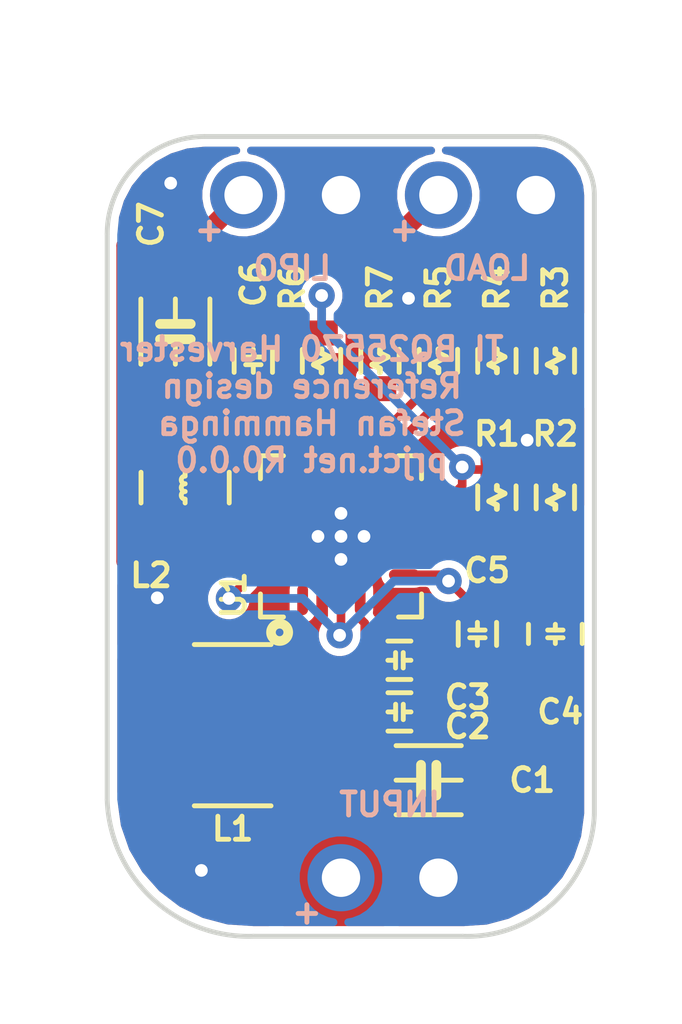
<source format=kicad_pcb>
(kicad_pcb (version 4) (host pcbnew "(2014-12-19 BZR 5328)-product")

  (general
    (links 54)
    (no_connects 0)
    (area 123.380499 78.422499 136.207501 99.379942)
    (thickness 1.6)
    (drawings 12)
    (tracks 186)
    (zones 0)
    (modules 20)
    (nets 14)
  )

  (page A4)
  (layers
    (0 F.Cu signal)
    (31 B.Cu signal)
    (32 B.Adhes user)
    (33 F.Adhes user)
    (34 B.Paste user)
    (35 F.Paste user)
    (36 B.SilkS user)
    (37 F.SilkS user)
    (38 B.Mask user)
    (39 F.Mask user)
    (40 Dwgs.User user)
    (41 Cmts.User user)
    (42 Eco1.User user)
    (43 Eco2.User user)
    (44 Edge.Cuts user)
    (45 Margin user)
    (46 B.CrtYd user)
    (47 F.CrtYd user)
    (48 B.Fab user)
    (49 F.Fab user)
  )

  (setup
    (last_trace_width 0.225)
    (user_trace_width 0.1524)
    (user_trace_width 0.2)
    (user_trace_width 0.25)
    (user_trace_width 0.3)
    (user_trace_width 0.4)
    (user_trace_width 0.5)
    (user_trace_width 0.6)
    (user_trace_width 0.8)
    (user_trace_width 1)
    (user_trace_width 1.2)
    (user_trace_width 1.5)
    (user_trace_width 2)
    (trace_clearance 0.2)
    (zone_clearance 0.2)
    (zone_45_only no)
    (trace_min 0.1524)
    (segment_width 0.127)
    (edge_width 0.127)
    (via_size 0.6858)
    (via_drill 0.3302)
    (via_min_size 0.6858)
    (via_min_drill 0.3302)
    (uvia_size 0.508)
    (uvia_drill 0.127)
    (uvias_allowed no)
    (uvia_min_size 0.508)
    (uvia_min_drill 0.127)
    (pcb_text_width 0.127)
    (pcb_text_size 0.6 0.6)
    (mod_edge_width 0.127)
    (mod_text_size 0.6 0.6)
    (mod_text_width 0.127)
    (pad_size 1.75 1.75)
    (pad_drill 1)
    (pad_to_mask_clearance 0.05)
    (pad_to_paste_clearance -0.04)
    (aux_axis_origin 0 0)
    (visible_elements 7FFFFFFF)
    (pcbplotparams
      (layerselection 0x3ffff_80000001)
      (usegerberextensions true)
      (usegerberattributes true)
      (excludeedgelayer true)
      (linewidth 0.127000)
      (plotframeref false)
      (viasonmask false)
      (mode 1)
      (useauxorigin false)
      (hpglpennumber 1)
      (hpglpenspeed 20)
      (hpglpendiameter 15)
      (hpglpenoverlay 2)
      (psnegative false)
      (psa4output false)
      (plotreference true)
      (plotvalue true)
      (plotinvisibletext false)
      (padsonsilk false)
      (subtractmaskfromsilk false)
      (outputformat 1)
      (mirror false)
      (drillshape 0)
      (scaleselection 1)
      (outputdirectory CAM/))
  )

  (net 0 "")
  (net 1 GND)
  (net 2 "Net-(C3-Pad1)")
  (net 3 "Net-(C4-Pad1)")
  (net 4 "Net-(L1-Pad2)")
  (net 5 "Net-(L2-Pad1)")
  (net 6 +BATT)
  (net 7 "Net-(R1-Pad1)")
  (net 8 "Net-(R1-Pad2)")
  (net 9 "Net-(R3-Pad2)")
  (net 10 "Net-(R4-Pad2)")
  (net 11 "Net-(R6-Pad2)")
  (net 12 /VIN)
  (net 13 /VOUT)

  (net_class Default "Dit is de standaard class."
    (clearance 0.2)
    (trace_width 0.225)
    (via_dia 0.6858)
    (via_drill 0.3302)
    (uvia_dia 0.508)
    (uvia_drill 0.127)
    (add_net +BATT)
    (add_net /VIN)
    (add_net /VOUT)
    (add_net GND)
    (add_net "Net-(C3-Pad1)")
    (add_net "Net-(C4-Pad1)")
    (add_net "Net-(L1-Pad2)")
    (add_net "Net-(L2-Pad1)")
    (add_net "Net-(R1-Pad1)")
    (add_net "Net-(R1-Pad2)")
    (add_net "Net-(R3-Pad2)")
    (add_net "Net-(R4-Pad2)")
    (add_net "Net-(R6-Pad2)")
  )

  (net_class 0.2mm ""
    (clearance 0.2)
    (trace_width 0.2)
    (via_dia 0.6858)
    (via_drill 0.3302)
    (uvia_dia 0.508)
    (uvia_drill 0.127)
  )

  (net_class Minimal ""
    (clearance 0.1524)
    (trace_width 0.1524)
    (via_dia 0.6858)
    (via_drill 0.3302)
    (uvia_dia 0.508)
    (uvia_drill 0.127)
  )

  (module SH_Capacitors:3216_B (layer F.Cu) (tedit 5452174F) (tstamp 54989F41)
    (at 131.826 95.25)
    (tags "1206 3216")
    (path /54989AB3)
    (solder_mask_margin 0.05)
    (solder_paste_margin -0.05)
    (attr smd)
    (fp_text reference C1 (at 2.7 0 180) (layer F.SilkS)
      (effects (font (size 0.6 0.6) (thickness 0.127)))
    )
    (fp_text value 22uF (at 1.55 -1.1) (layer Cmts.User)
      (effects (font (size 0.2 0.2) (thickness 0.05)))
    )
    (fp_line (start -0.85 0.9) (end 0.85 0.9) (layer F.SilkS) (width 0.127))
    (fp_line (start -0.85 -0.9) (end 0.85 -0.9) (layer F.SilkS) (width 0.127))
    (fp_line (start 0.2 0) (end 0.85 0) (layer F.SilkS) (width 0.127))
    (fp_line (start -0.2 0) (end -0.85 0) (layer F.SilkS) (width 0.127))
    (fp_line (start -2.2 -1.075) (end 2.2 -1.075) (layer F.CrtYd) (width 0.05))
    (fp_line (start 2.2 -1.075) (end 2.2 1.075) (layer F.CrtYd) (width 0.05))
    (fp_line (start 2.2 1.075) (end -2.2 1.075) (layer F.CrtYd) (width 0.05))
    (fp_line (start -2.2 -1.075) (end -2.2 1.075) (layer F.CrtYd) (width 0.05))
    (fp_line (start -0.2 -0.4) (end -0.2 0.4) (layer F.SilkS) (width 0.254))
    (fp_line (start 0.2 -0.4) (end 0.2 0.4) (layer F.SilkS) (width 0.254))
    (pad 1 smd rect (at -1.525 0) (size 0.85 1.65) (layers F.Cu F.Paste F.Mask)
      (net 12 /VIN))
    (pad 2 smd rect (at 1.525 0) (size 0.85 1.65) (layers F.Cu F.Paste F.Mask)
      (net 1 GND))
    (model smd/Capacitors/c_1206.wrl
      (at (xyz 0 0 0))
      (scale (xyz 1 1 1))
      (rotate (xyz 0 0 0))
    )
  )

  (module SH_Capacitors:1608_B (layer F.Cu) (tedit 5498AFD3) (tstamp 54989F47)
    (at 131.064 93.472)
    (tags "0603 1608")
    (path /5498A4CA)
    (solder_mask_margin 0.05)
    (solder_paste_margin -0.1)
    (attr smd)
    (fp_text reference C2 (at 1.778 0.381 180) (layer F.SilkS)
      (effects (font (size 0.6 0.6) (thickness 0.127)))
    )
    (fp_text value 0.1uF (at 0.9 -0.6) (layer Cmts.User)
      (effects (font (size 0.2 0.2) (thickness 0.05)))
    )
    (fp_line (start 1.3 -0.65) (end 1.3 0.65) (layer F.CrtYd) (width 0.05))
    (fp_line (start 1.3 0.65) (end -1.3 0.65) (layer F.CrtYd) (width 0.05))
    (fp_line (start -1.3 0.65) (end -1.3 -0.65) (layer F.CrtYd) (width 0.05))
    (fp_line (start -1.3 -0.65) (end 1.3 -0.65) (layer F.CrtYd) (width 0.05))
    (fp_line (start -0.1 0) (end -0.3 0) (layer F.SilkS) (width 0.127))
    (fp_line (start 0.1 0) (end 0.3 0) (layer F.SilkS) (width 0.127))
    (fp_line (start -0.3 0.5) (end 0.3 0.5) (layer F.SilkS) (width 0.127))
    (fp_line (start -0.3 -0.5) (end 0.3 -0.5) (layer F.SilkS) (width 0.127))
    (fp_line (start 0.1 -0.2) (end 0.1 0.2) (layer F.SilkS) (width 0.127))
    (fp_line (start -0.1 -0.2) (end -0.1 0.2) (layer F.SilkS) (width 0.127))
    (pad 1 smd rect (at -0.725 0) (size 0.65 0.85) (layers F.Cu F.Paste F.Mask)
      (net 12 /VIN))
    (pad 2 smd rect (at 0.725 0) (size 0.65 0.85) (layers F.Cu F.Paste F.Mask)
      (net 1 GND))
    (model smd/Capacitors/C0603.wrl
      (at (xyz 0 0 0))
      (scale (xyz 0.393701 0.393701 0.393701))
      (rotate (xyz 0 0 0))
    )
  )

  (module SH_Capacitors:1608_B (layer F.Cu) (tedit 5498AFDA) (tstamp 54989F4D)
    (at 131.062498 92.126811)
    (tags "0603 1608")
    (path /54989BF7)
    (solder_mask_margin 0.05)
    (solder_paste_margin -0.1)
    (attr smd)
    (fp_text reference C3 (at 1.779502 0.964189 180) (layer F.SilkS)
      (effects (font (size 0.6 0.6) (thickness 0.127)))
    )
    (fp_text value 10nF (at 0.9 -0.6) (layer Cmts.User)
      (effects (font (size 0.2 0.2) (thickness 0.05)))
    )
    (fp_line (start 1.3 -0.65) (end 1.3 0.65) (layer F.CrtYd) (width 0.05))
    (fp_line (start 1.3 0.65) (end -1.3 0.65) (layer F.CrtYd) (width 0.05))
    (fp_line (start -1.3 0.65) (end -1.3 -0.65) (layer F.CrtYd) (width 0.05))
    (fp_line (start -1.3 -0.65) (end 1.3 -0.65) (layer F.CrtYd) (width 0.05))
    (fp_line (start -0.1 0) (end -0.3 0) (layer F.SilkS) (width 0.127))
    (fp_line (start 0.1 0) (end 0.3 0) (layer F.SilkS) (width 0.127))
    (fp_line (start -0.3 0.5) (end 0.3 0.5) (layer F.SilkS) (width 0.127))
    (fp_line (start -0.3 -0.5) (end 0.3 -0.5) (layer F.SilkS) (width 0.127))
    (fp_line (start 0.1 -0.2) (end 0.1 0.2) (layer F.SilkS) (width 0.127))
    (fp_line (start -0.1 -0.2) (end -0.1 0.2) (layer F.SilkS) (width 0.127))
    (pad 1 smd rect (at -0.725 0) (size 0.65 0.85) (layers F.Cu F.Paste F.Mask)
      (net 2 "Net-(C3-Pad1)"))
    (pad 2 smd rect (at 0.725 0) (size 0.65 0.85) (layers F.Cu F.Paste F.Mask)
      (net 1 GND))
    (model smd/Capacitors/C0603.wrl
      (at (xyz 0 0 0))
      (scale (xyz 0.393701 0.393701 0.393701))
      (rotate (xyz 0 0 0))
    )
  )

  (module SH_Capacitors:2012_B (layer F.Cu) (tedit 5498AFBC) (tstamp 54989F53)
    (at 135.128 91.44 270)
    (tags "0805 2012")
    (path /5498D6DB)
    (solder_mask_margin 0.05)
    (solder_paste_margin -0.05)
    (attr smd)
    (fp_text reference C4 (at 2.032 -0.127 360) (layer F.SilkS)
      (effects (font (size 0.6 0.6) (thickness 0.127)))
    )
    (fp_text value 4.7uF (at 1.05 -0.85 270) (layer Cmts.User)
      (effects (font (size 0.2 0.2) (thickness 0.05)))
    )
    (fp_line (start -0.1 0) (end -0.25 0) (layer F.SilkS) (width 0.127))
    (fp_line (start 0.1 0) (end 0.25 0) (layer F.SilkS) (width 0.127))
    (fp_line (start -0.25 0.7) (end 0.25 0.7) (layer F.SilkS) (width 0.127))
    (fp_line (start -0.25 -0.7) (end 0.25 -0.7) (layer F.SilkS) (width 0.127))
    (fp_line (start -1.6 -0.875) (end 1.6 -0.875) (layer F.CrtYd) (width 0.05))
    (fp_line (start 1.6 -0.875) (end 1.6 0.875) (layer F.CrtYd) (width 0.05))
    (fp_line (start 1.6 0.875) (end -1.6 0.875) (layer F.CrtYd) (width 0.05))
    (fp_line (start -1.6 0.875) (end -1.6 -0.875) (layer F.CrtYd) (width 0.05))
    (fp_line (start 0.1 -0.2) (end 0.1 0.2) (layer F.SilkS) (width 0.127))
    (fp_line (start -0.1 -0.2) (end -0.1 0.2) (layer F.SilkS) (width 0.127))
    (pad 1 smd rect (at -0.925 0 270) (size 0.85 1.25) (layers F.Cu F.Paste F.Mask)
      (net 3 "Net-(C4-Pad1)"))
    (pad 2 smd rect (at 0.925 0 270) (size 0.85 1.25) (layers F.Cu F.Paste F.Mask)
      (net 1 GND))
    (model smd/Capacitors/C0805.wrl
      (at (xyz 0 0 0))
      (scale (xyz 0.393701 0.393701 0.393701))
      (rotate (xyz 0 0 0))
    )
  )

  (module SH_Capacitors:1608_B (layer F.Cu) (tedit 5498AFC8) (tstamp 54989F59)
    (at 133.096 91.44 270)
    (tags "0603 1608")
    (path /5498D665)
    (solder_mask_margin 0.05)
    (solder_paste_margin -0.1)
    (attr smd)
    (fp_text reference C5 (at -1.651 -0.254 540) (layer F.SilkS)
      (effects (font (size 0.6 0.6) (thickness 0.127)))
    )
    (fp_text value 0.1uF (at 0.9 -0.6 270) (layer Cmts.User)
      (effects (font (size 0.2 0.2) (thickness 0.05)))
    )
    (fp_line (start 1.3 -0.65) (end 1.3 0.65) (layer F.CrtYd) (width 0.05))
    (fp_line (start 1.3 0.65) (end -1.3 0.65) (layer F.CrtYd) (width 0.05))
    (fp_line (start -1.3 0.65) (end -1.3 -0.65) (layer F.CrtYd) (width 0.05))
    (fp_line (start -1.3 -0.65) (end 1.3 -0.65) (layer F.CrtYd) (width 0.05))
    (fp_line (start -0.1 0) (end -0.3 0) (layer F.SilkS) (width 0.127))
    (fp_line (start 0.1 0) (end 0.3 0) (layer F.SilkS) (width 0.127))
    (fp_line (start -0.3 0.5) (end 0.3 0.5) (layer F.SilkS) (width 0.127))
    (fp_line (start -0.3 -0.5) (end 0.3 -0.5) (layer F.SilkS) (width 0.127))
    (fp_line (start 0.1 -0.2) (end 0.1 0.2) (layer F.SilkS) (width 0.127))
    (fp_line (start -0.1 -0.2) (end -0.1 0.2) (layer F.SilkS) (width 0.127))
    (pad 1 smd rect (at -0.725 0 270) (size 0.65 0.85) (layers F.Cu F.Paste F.Mask)
      (net 3 "Net-(C4-Pad1)"))
    (pad 2 smd rect (at 0.725 0 270) (size 0.65 0.85) (layers F.Cu F.Paste F.Mask)
      (net 1 GND))
    (model smd/Capacitors/C0603.wrl
      (at (xyz 0 0 0))
      (scale (xyz 0.393701 0.393701 0.393701))
      (rotate (xyz 0 0 0))
    )
  )

  (module SH_Capacitors:1608_B (layer F.Cu) (tedit 544F5BD4) (tstamp 54989F5F)
    (at 127.254 84.328 90)
    (tags "0603 1608")
    (path /549899D4)
    (solder_mask_margin 0.05)
    (solder_paste_margin -0.1)
    (attr smd)
    (fp_text reference C6 (at 2 0 270) (layer F.SilkS)
      (effects (font (size 0.6 0.6) (thickness 0.127)))
    )
    (fp_text value 0.1uF (at 0.9 -0.6 90) (layer Cmts.User)
      (effects (font (size 0.2 0.2) (thickness 0.05)))
    )
    (fp_line (start 1.3 -0.65) (end 1.3 0.65) (layer F.CrtYd) (width 0.05))
    (fp_line (start 1.3 0.65) (end -1.3 0.65) (layer F.CrtYd) (width 0.05))
    (fp_line (start -1.3 0.65) (end -1.3 -0.65) (layer F.CrtYd) (width 0.05))
    (fp_line (start -1.3 -0.65) (end 1.3 -0.65) (layer F.CrtYd) (width 0.05))
    (fp_line (start -0.1 0) (end -0.3 0) (layer F.SilkS) (width 0.127))
    (fp_line (start 0.1 0) (end 0.3 0) (layer F.SilkS) (width 0.127))
    (fp_line (start -0.3 0.5) (end 0.3 0.5) (layer F.SilkS) (width 0.127))
    (fp_line (start -0.3 -0.5) (end 0.3 -0.5) (layer F.SilkS) (width 0.127))
    (fp_line (start 0.1 -0.2) (end 0.1 0.2) (layer F.SilkS) (width 0.127))
    (fp_line (start -0.1 -0.2) (end -0.1 0.2) (layer F.SilkS) (width 0.127))
    (pad 1 smd rect (at -0.725 0 90) (size 0.65 0.85) (layers F.Cu F.Paste F.Mask)
      (net 13 /VOUT))
    (pad 2 smd rect (at 0.725 0 90) (size 0.65 0.85) (layers F.Cu F.Paste F.Mask)
      (net 1 GND))
    (model smd/Capacitors/C0603.wrl
      (at (xyz 0 0 0))
      (scale (xyz 0.393701 0.393701 0.393701))
      (rotate (xyz 0 0 0))
    )
  )

  (module SH_Capacitors:3216_B (layer F.Cu) (tedit 5498AFEE) (tstamp 54989F65)
    (at 125.222 83.566 90)
    (tags "1206 3216")
    (path /54988F7C)
    (solder_mask_margin 0.05)
    (solder_paste_margin -0.05)
    (attr smd)
    (fp_text reference C7 (at 2.794 -0.635 270) (layer F.SilkS)
      (effects (font (size 0.6 0.6) (thickness 0.127)))
    )
    (fp_text value 22uF (at 1.55 -1.1 90) (layer Cmts.User)
      (effects (font (size 0.2 0.2) (thickness 0.05)))
    )
    (fp_line (start -0.85 0.9) (end 0.85 0.9) (layer F.SilkS) (width 0.127))
    (fp_line (start -0.85 -0.9) (end 0.85 -0.9) (layer F.SilkS) (width 0.127))
    (fp_line (start 0.2 0) (end 0.85 0) (layer F.SilkS) (width 0.127))
    (fp_line (start -0.2 0) (end -0.85 0) (layer F.SilkS) (width 0.127))
    (fp_line (start -2.2 -1.075) (end 2.2 -1.075) (layer F.CrtYd) (width 0.05))
    (fp_line (start 2.2 -1.075) (end 2.2 1.075) (layer F.CrtYd) (width 0.05))
    (fp_line (start 2.2 1.075) (end -2.2 1.075) (layer F.CrtYd) (width 0.05))
    (fp_line (start -2.2 -1.075) (end -2.2 1.075) (layer F.CrtYd) (width 0.05))
    (fp_line (start -0.2 -0.4) (end -0.2 0.4) (layer F.SilkS) (width 0.254))
    (fp_line (start 0.2 -0.4) (end 0.2 0.4) (layer F.SilkS) (width 0.254))
    (pad 1 smd rect (at -1.525 0 90) (size 0.85 1.65) (layers F.Cu F.Paste F.Mask)
      (net 13 /VOUT))
    (pad 2 smd rect (at 1.525 0 90) (size 0.85 1.65) (layers F.Cu F.Paste F.Mask)
      (net 1 GND))
    (model smd/Capacitors/c_1206.wrl
      (at (xyz 0 0 0))
      (scale (xyz 1 1 1))
      (rotate (xyz 0 0 0))
    )
  )

  (module SH_Jumper_Pins:JP-2 (layer F.Cu) (tedit 5498B125) (tstamp 54989F8D)
    (at 130.81 97.79)
    (tags "JUMPER CONNECTOR")
    (path /54988D51)
    (fp_text reference P1 (at -1 0 90) (layer F.SilkS) hide
      (effects (font (size 0.3 0.3) (thickness 0.05)))
    )
    (fp_text value INPUT (at 0 -1.905) (layer B.SilkS)
      (effects (font (size 0.6 0.6) (thickness 0.127)) (justify mirror))
    )
    (fp_line (start -1.27 1.375) (end 1.27 1.375) (layer B.CrtYd) (width 0.05))
    (fp_line (start -1.27 -1.375) (end 1.27 -1.375) (layer B.CrtYd) (width 0.05))
    (fp_arc (start 1.27 0) (end 1.27 -1.375) (angle 180) (layer B.CrtYd) (width 0.05))
    (fp_arc (start -1.27 0) (end -1.27 1.375) (angle 180) (layer B.CrtYd) (width 0.05))
    (fp_line (start -1.27 1.375) (end 1.27 1.375) (layer F.CrtYd) (width 0.05))
    (fp_line (start -1.27 -1.375) (end 1.27 -1.375) (layer F.CrtYd) (width 0.05))
    (fp_arc (start 1.27 0) (end 1.27 -1.375) (angle 180) (layer F.CrtYd) (width 0.05))
    (fp_arc (start -1.27 0) (end -1.27 1.375) (angle 180) (layer F.CrtYd) (width 0.05))
    (pad 1 thru_hole circle (at -1.27 0) (size 1.75 1.75) (drill 1) (layers *.Cu *.Mask)
      (net 12 /VIN))
    (pad 2 thru_hole circle (at 1.27 0) (size 1.75 1.75) (drill 1) (layers *.Cu *.Mask)
      (net 1 GND))
    (model "D:/SolidWorks/EngIT Design Library/Electronics/Connectors/jumper_2p_1r.wrl"
      (at (xyz -0.05000000074505806 0 0))
      (scale (xyz 10 10 10))
      (rotate (xyz 270 0 0))
    )
  )

  (module SH_Jumper_Pins:JP-2 (layer F.Cu) (tedit 5498B12E) (tstamp 54989F93)
    (at 128.27 80.01)
    (tags "JUMPER CONNECTOR")
    (path /54988D0A)
    (fp_text reference P2 (at -1 0 90) (layer F.SilkS) hide
      (effects (font (size 0.3 0.3) (thickness 0.05)))
    )
    (fp_text value LIPO (at 0 1.905) (layer B.SilkS)
      (effects (font (size 0.6 0.6) (thickness 0.127)) (justify mirror))
    )
    (fp_line (start -1.27 1.375) (end 1.27 1.375) (layer B.CrtYd) (width 0.05))
    (fp_line (start -1.27 -1.375) (end 1.27 -1.375) (layer B.CrtYd) (width 0.05))
    (fp_arc (start 1.27 0) (end 1.27 -1.375) (angle 180) (layer B.CrtYd) (width 0.05))
    (fp_arc (start -1.27 0) (end -1.27 1.375) (angle 180) (layer B.CrtYd) (width 0.05))
    (fp_line (start -1.27 1.375) (end 1.27 1.375) (layer F.CrtYd) (width 0.05))
    (fp_line (start -1.27 -1.375) (end 1.27 -1.375) (layer F.CrtYd) (width 0.05))
    (fp_arc (start 1.27 0) (end 1.27 -1.375) (angle 180) (layer F.CrtYd) (width 0.05))
    (fp_arc (start -1.27 0) (end -1.27 1.375) (angle 180) (layer F.CrtYd) (width 0.05))
    (pad 1 thru_hole circle (at -1.27 0) (size 1.75 1.75) (drill 1) (layers *.Cu *.Mask)
      (net 6 +BATT))
    (pad 2 thru_hole circle (at 1.27 0) (size 1.75 1.75) (drill 1) (layers *.Cu *.Mask)
      (net 1 GND))
    (model "D:/SolidWorks/EngIT Design Library/Electronics/Connectors/jumper_2p_1r.wrl"
      (at (xyz -0.05000000074505806 0 0))
      (scale (xyz 10 10 10))
      (rotate (xyz 270 0 0))
    )
  )

  (module SH_Jumper_Pins:JP-2 (layer F.Cu) (tedit 5498B136) (tstamp 54989F99)
    (at 133.35 80.01)
    (tags "JUMPER CONNECTOR")
    (path /54988C94)
    (fp_text reference P3 (at -1 0 90) (layer F.SilkS) hide
      (effects (font (size 0.3 0.3) (thickness 0.05)))
    )
    (fp_text value LOAD (at 0 1.905) (layer B.SilkS)
      (effects (font (size 0.6 0.6) (thickness 0.127)) (justify mirror))
    )
    (fp_line (start -1.27 1.375) (end 1.27 1.375) (layer B.CrtYd) (width 0.05))
    (fp_line (start -1.27 -1.375) (end 1.27 -1.375) (layer B.CrtYd) (width 0.05))
    (fp_arc (start 1.27 0) (end 1.27 -1.375) (angle 180) (layer B.CrtYd) (width 0.05))
    (fp_arc (start -1.27 0) (end -1.27 1.375) (angle 180) (layer B.CrtYd) (width 0.05))
    (fp_line (start -1.27 1.375) (end 1.27 1.375) (layer F.CrtYd) (width 0.05))
    (fp_line (start -1.27 -1.375) (end 1.27 -1.375) (layer F.CrtYd) (width 0.05))
    (fp_arc (start 1.27 0) (end 1.27 -1.375) (angle 180) (layer F.CrtYd) (width 0.05))
    (fp_arc (start -1.27 0) (end -1.27 1.375) (angle 180) (layer F.CrtYd) (width 0.05))
    (pad 1 thru_hole circle (at -1.27 0) (size 1.75 1.75) (drill 1) (layers *.Cu *.Mask)
      (net 13 /VOUT))
    (pad 2 thru_hole circle (at 1.27 0) (size 1.75 1.75) (drill 1) (layers *.Cu *.Mask)
      (net 1 GND))
    (model "D:/SolidWorks/EngIT Design Library/Electronics/Connectors/jumper_2p_1r.wrl"
      (at (xyz -0.05000000074505806 0 0))
      (scale (xyz 10 10 10))
      (rotate (xyz 270 0 0))
    )
  )

  (module SH_QFN_QFP:QFN-20-TE (layer F.Cu) (tedit 5498AFE2) (tstamp 54989FF2)
    (at 129.54 88.9)
    (path /54988C22)
    (solder_mask_margin 0.05)
    (solder_paste_margin -0.04)
    (fp_text reference U1 (at -2.794 1.524 90) (layer F.SilkS)
      (effects (font (size 0.6 0.6) (thickness 0.127)))
    )
    (fp_text value TI_BQ25570 (at 2.7 0 90) (layer Cmts.User)
      (effects (font (size 0.6 0.6) (thickness 0.127)))
    )
    (fp_circle (center -1.6 2.5) (end -1.7 2.5) (layer F.SilkS) (width 0.25))
    (fp_line (start -1.5 2.1) (end -2.1 2.1) (layer F.SilkS) (width 0.127))
    (fp_line (start -2.1 2.1) (end -2.1 1.5) (layer F.SilkS) (width 0.127))
    (fp_line (start 2.1 1.5) (end 2.1 2.1) (layer F.SilkS) (width 0.127))
    (fp_line (start 2.1 2.1) (end 1.5 2.1) (layer F.SilkS) (width 0.127))
    (fp_line (start 1.5 -2.1) (end 2.1 -2.1) (layer F.SilkS) (width 0.127))
    (fp_line (start 2.1 -2.1) (end 2.1 -1.5) (layer F.SilkS) (width 0.127))
    (fp_line (start -2.1 -2.1) (end -1.5 -2.1) (layer F.SilkS) (width 0.127))
    (fp_line (start -2.1 -2.1) (end -2.1 -1.5) (layer F.SilkS) (width 0.127))
    (fp_line (start -2.25 -2.25) (end 2.25 -2.25) (layer F.CrtYd) (width 0.05))
    (fp_line (start 2.25 -2.25) (end 2.25 2.25) (layer F.CrtYd) (width 0.05))
    (fp_line (start 2.25 2.25) (end -2.25 2.25) (layer F.CrtYd) (width 0.05))
    (fp_line (start -2.25 2.25) (end -2.25 -2.25) (layer F.CrtYd) (width 0.05))
    (pad 21 smd rect (at 0 0) (size 2.05 2.05) (layers F.Cu F.Mask)
      (net 1 GND) (zone_connect 2))
    (pad 21 smd rect (at -0.55 -0.55) (size 0.9 0.9) (layers F.Cu F.Paste F.Mask)
      (net 1 GND))
    (pad 21 smd rect (at 0.55 -0.55) (size 0.9 0.9) (layers F.Cu F.Paste F.Mask)
      (net 1 GND))
    (pad 21 smd rect (at 0.55 0.55) (size 0.9 0.9) (layers F.Cu F.Paste F.Mask)
      (net 1 GND))
    (pad 21 smd rect (at -0.55 0.55) (size 0.9 0.9) (layers F.Cu F.Paste F.Mask)
      (net 1 GND))
    (pad 21 thru_hole circle (at -0.6 0) (size 0.6858 0.6858) (drill 0.3302) (layers *.Cu)
      (net 1 GND))
    (pad 21 thru_hole circle (at 0.6 0) (size 0.6858 0.6858) (drill 0.3302) (layers *.Cu)
      (net 1 GND))
    (pad 21 thru_hole circle (at 0 -0.6) (size 0.6858 0.6858) (drill 0.3302) (layers *.Cu)
      (net 1 GND))
    (pad 21 thru_hole circle (at 0 0.6) (size 0.6858 0.6858) (drill 0.3302) (layers *.Cu)
      (net 1 GND))
    (pad 21 thru_hole circle (at 0 0) (size 0.6858 0.6858) (drill 0.3302) (layers *.Cu)
      (net 1 GND))
    (pad 1 smd oval (at -1 1.65) (size 0.28 0.8) (layers F.Cu F.Paste F.Mask)
      (net 1 GND))
    (pad 2 smd oval (at -0.5 1.65) (size 0.28 0.8) (layers F.Cu F.Paste F.Mask)
      (net 12 /VIN))
    (pad 3 smd oval (at 0 1.65) (size 0.28 0.8) (layers F.Cu F.Paste F.Mask)
      (net 3 "Net-(C4-Pad1)"))
    (pad 4 smd oval (at 0.5 1.65) (size 0.28 0.8) (layers F.Cu F.Paste F.Mask)
      (net 2 "Net-(C3-Pad1)"))
    (pad 5 smd oval (at 1 1.65) (size 0.28 0.8) (layers F.Cu F.Paste F.Mask)
      (net 1 GND))
    (pad 11 smd oval (at 1 -1.65) (size 0.28 0.8) (layers F.Cu F.Paste F.Mask)
      (net 10 "Net-(R4-Pad2)"))
    (pad 12 smd oval (at 0.5 -1.65) (size 0.28 0.8) (layers F.Cu F.Paste F.Mask)
      (net 11 "Net-(R6-Pad2)"))
    (pad 13 smd oval (at 0 -1.65) (size 0.28 0.8) (layers F.Cu F.Paste F.Mask))
    (pad 14 smd oval (at -0.5 -1.65) (size 0.28 0.8) (layers F.Cu F.Paste F.Mask)
      (net 13 /VOUT))
    (pad 15 smd oval (at -1 -1.65) (size 0.28 0.8) (layers F.Cu F.Paste F.Mask)
      (net 1 GND))
    (pad 6 smd oval (at 1.65 1 90) (size 0.28 0.8) (layers F.Cu F.Paste F.Mask)
      (net 3 "Net-(C4-Pad1)"))
    (pad 7 smd oval (at 1.65 0.5 90) (size 0.28 0.8) (layers F.Cu F.Paste F.Mask)
      (net 8 "Net-(R1-Pad2)"))
    (pad 8 smd oval (at 1.65 0 90) (size 0.28 0.8) (layers F.Cu F.Paste F.Mask)
      (net 7 "Net-(R1-Pad1)"))
    (pad 9 smd oval (at 1.65 -0.5 90) (size 0.28 0.8) (layers F.Cu F.Paste F.Mask)
      (net 1 GND))
    (pad 10 smd oval (at 1.65 -1 90) (size 0.28 0.8) (layers F.Cu F.Paste F.Mask)
      (net 9 "Net-(R3-Pad2)"))
    (pad 16 smd oval (at -1.65 -1 90) (size 0.28 0.8) (layers F.Cu F.Paste F.Mask)
      (net 5 "Net-(L2-Pad1)"))
    (pad 17 smd oval (at -1.65 -0.5 90) (size 0.28 0.8) (layers F.Cu F.Paste F.Mask)
      (net 1 GND))
    (pad 18 smd oval (at -1.65 0 90) (size 0.28 0.8) (layers F.Cu F.Paste F.Mask)
      (net 6 +BATT))
    (pad 19 smd oval (at -1.65 0.5 90) (size 0.28 0.8) (layers F.Cu F.Paste F.Mask)
      (net 3 "Net-(C4-Pad1)"))
    (pad 20 smd oval (at -1.65 1 90) (size 0.28 0.8) (layers F.Cu F.Paste F.Mask)
      (net 4 "Net-(L1-Pad2)"))
  )

  (module SH_Inductors:Abracon_ASPI-0418FS (layer F.Cu) (tedit 5498A1CB) (tstamp 5498ADCC)
    (at 126.71552 93.81744 180)
    (path /54988E01)
    (solder_mask_margin 0.05)
    (solder_paste_margin -0.05)
    (attr smd)
    (fp_text reference L1 (at 0 -2.7 180) (layer F.SilkS)
      (effects (font (size 0.6 0.6) (thickness 0.127)))
    )
    (fp_text value 22uH (at -1.016 0 270) (layer Cmts.User)
      (effects (font (size 0.6 0.6) (thickness 0.127)))
    )
    (fp_line (start 2.8 2.5) (end 2.8 -2.5) (layer F.CrtYd) (width 0.05))
    (fp_line (start 2.8 -2.5) (end -2.8 -2.5) (layer F.CrtYd) (width 0.05))
    (fp_line (start -2.8 -2.5) (end -2.8 2.5) (layer F.CrtYd) (width 0.05))
    (fp_line (start -2.8 2.5) (end 2.8 2.5) (layer F.CrtYd) (width 0.05))
    (fp_line (start -1 2.1) (end 1 2.1) (layer F.SilkS) (width 0.127))
    (fp_line (start -1 -2.1) (end 1 -2.1) (layer F.SilkS) (width 0.127))
    (pad 1 smd rect (at -2.025 0 180) (size 1.5 3.6) (layers F.Cu F.Paste F.Mask)
      (net 12 /VIN) (zone_connect 2))
    (pad 2 smd rect (at 2.025 0 180) (size 1.5 3.6) (layers F.Cu F.Paste F.Mask)
      (net 4 "Net-(L1-Pad2)") (zone_connect 2))
  )

  (module SH_Inductors:2520_B (layer F.Cu) (tedit 5498AFEA) (tstamp 5498ADD7)
    (at 125.476 87.63 90)
    (path /54988F24)
    (solder_mask_margin 0.05)
    (solder_paste_margin -0.05)
    (attr smd)
    (fp_text reference L2 (at -2.286 -0.889 180) (layer F.SilkS)
      (effects (font (size 0.6 0.6) (thickness 0.127)))
    )
    (fp_text value 10uH (at 0 -0.55 90) (layer Cmts.User)
      (effects (font (size 0.2 0.2) (thickness 0.05)))
    )
    (fp_line (start -0.4 1.15) (end 0.4 1.15) (layer F.SilkS) (width 0.127))
    (fp_line (start -0.4 -1.15) (end 0.4 -1.15) (layer F.SilkS) (width 0.127))
    (fp_line (start -0.3 0) (end -0.4 0) (layer F.SilkS) (width 0.127))
    (fp_line (start 0.3 0) (end 0.4 0) (layer F.SilkS) (width 0.127))
    (fp_arc (start 0.2 0) (end 0.1 0) (angle 180) (layer F.SilkS) (width 0.127))
    (fp_arc (start -0.2 0) (end -0.3 0) (angle 180) (layer F.SilkS) (width 0.127))
    (fp_arc (start 0 0) (end -0.1 0) (angle 180) (layer F.SilkS) (width 0.127))
    (fp_line (start -1.85 -1.3) (end 1.85 -1.3) (layer F.CrtYd) (width 0.05))
    (fp_line (start 1.85 -1.3) (end 1.85 1.3) (layer F.CrtYd) (width 0.05))
    (fp_line (start 1.85 1.3) (end -1.85 1.3) (layer F.CrtYd) (width 0.05))
    (fp_line (start -1.85 1.3) (end -1.85 -1.3) (layer F.CrtYd) (width 0.05))
    (pad 1 smd rect (at -1.125 0 90) (size 0.95 2.1) (layers F.Cu F.Paste F.Mask)
      (net 5 "Net-(L2-Pad1)") (zone_connect 2))
    (pad 2 smd rect (at 1.125 0 90) (size 0.95 2.1) (layers F.Cu F.Paste F.Mask)
      (net 13 /VOUT) (zone_connect 2))
  )

  (module SH_Resistors:1608_B (layer F.Cu) (tedit 544F6602) (tstamp 54989FC3)
    (at 130.556 84.328 90)
    (tags "0603 1608")
    (path /549899A3)
    (solder_mask_margin 0.05)
    (solder_paste_margin -0.1)
    (attr smd)
    (fp_text reference R7 (at 1.9 0 90) (layer F.SilkS)
      (effects (font (size 0.6 0.6) (thickness 0.127)))
    )
    (fp_text value 6.19M (at 0.9 -0.6 90) (layer Cmts.User)
      (effects (font (size 0.2 0.2) (thickness 0.05)))
    )
    (fp_line (start -0.3 0) (end -0.2 0) (layer F.SilkS) (width 0.15))
    (fp_line (start -0.2 0) (end -0.1 -0.2) (layer F.SilkS) (width 0.15))
    (fp_line (start -0.1 -0.2) (end 0.1 0.2) (layer F.SilkS) (width 0.15))
    (fp_line (start 0.1 0.2) (end 0.2 0) (layer F.SilkS) (width 0.15))
    (fp_line (start 0.2 0) (end 0.3 0) (layer F.SilkS) (width 0.15))
    (fp_line (start 1.3 -0.65) (end 1.3 0.65) (layer F.CrtYd) (width 0.05))
    (fp_line (start 1.3 0.65) (end -1.3 0.65) (layer F.CrtYd) (width 0.05))
    (fp_line (start -1.3 0.65) (end -1.3 -0.65) (layer F.CrtYd) (width 0.05))
    (fp_line (start -1.3 -0.65) (end 1.3 -0.65) (layer F.CrtYd) (width 0.05))
    (fp_line (start -0.3 0.5) (end 0.3 0.5) (layer F.SilkS) (width 0.127))
    (fp_line (start -0.3 -0.5) (end 0.3 -0.5) (layer F.SilkS) (width 0.127))
    (pad 1 smd rect (at -0.725 0 90) (size 0.65 0.85) (layers F.Cu F.Paste F.Mask)
      (net 11 "Net-(R6-Pad2)"))
    (pad 2 smd rect (at 0.725 0 90) (size 0.65 0.85) (layers F.Cu F.Paste F.Mask)
      (net 1 GND))
    (model smd/resistors/R0603.wrl
      (at (xyz 0 0 0))
      (scale (xyz 0.393701 0.393701 0.393701))
      (rotate (xyz 0 0 0))
    )
  )

  (module SH_Resistors:1608_B (layer F.Cu) (tedit 5498B2D6) (tstamp 54989FBD)
    (at 129.032 84.328 270)
    (tags "0603 1608")
    (path /54989969)
    (solder_mask_margin 0.05)
    (solder_paste_margin -0.1)
    (attr smd)
    (fp_text reference R6 (at -1.905 0.762 270) (layer F.SilkS)
      (effects (font (size 0.6 0.6) (thickness 0.127)))
    )
    (fp_text value 6.65M (at 0.9 -0.6 270) (layer Cmts.User)
      (effects (font (size 0.2 0.2) (thickness 0.05)))
    )
    (fp_line (start -0.3 0) (end -0.2 0) (layer F.SilkS) (width 0.15))
    (fp_line (start -0.2 0) (end -0.1 -0.2) (layer F.SilkS) (width 0.15))
    (fp_line (start -0.1 -0.2) (end 0.1 0.2) (layer F.SilkS) (width 0.15))
    (fp_line (start 0.1 0.2) (end 0.2 0) (layer F.SilkS) (width 0.15))
    (fp_line (start 0.2 0) (end 0.3 0) (layer F.SilkS) (width 0.15))
    (fp_line (start 1.3 -0.65) (end 1.3 0.65) (layer F.CrtYd) (width 0.05))
    (fp_line (start 1.3 0.65) (end -1.3 0.65) (layer F.CrtYd) (width 0.05))
    (fp_line (start -1.3 0.65) (end -1.3 -0.65) (layer F.CrtYd) (width 0.05))
    (fp_line (start -1.3 -0.65) (end 1.3 -0.65) (layer F.CrtYd) (width 0.05))
    (fp_line (start -0.3 0.5) (end 0.3 0.5) (layer F.SilkS) (width 0.127))
    (fp_line (start -0.3 -0.5) (end 0.3 -0.5) (layer F.SilkS) (width 0.127))
    (pad 1 smd rect (at -0.725 0 270) (size 0.65 0.85) (layers F.Cu F.Paste F.Mask)
      (net 7 "Net-(R1-Pad1)"))
    (pad 2 smd rect (at 0.725 0 270) (size 0.65 0.85) (layers F.Cu F.Paste F.Mask)
      (net 11 "Net-(R6-Pad2)"))
    (model smd/resistors/R0603.wrl
      (at (xyz 0 0 0))
      (scale (xyz 0.393701 0.393701 0.393701))
      (rotate (xyz 0 0 0))
    )
  )

  (module SH_Resistors:1608_B (layer F.Cu) (tedit 544F6602) (tstamp 54989FB7)
    (at 132.08 84.328 90)
    (tags "0603 1608")
    (path /5498E9DE)
    (solder_mask_margin 0.05)
    (solder_paste_margin -0.1)
    (attr smd)
    (fp_text reference R5 (at 1.9 0 90) (layer F.SilkS)
      (effects (font (size 0.6 0.6) (thickness 0.127)))
    )
    (fp_text value 4.22M (at 0.9 -0.6 90) (layer Cmts.User)
      (effects (font (size 0.2 0.2) (thickness 0.05)))
    )
    (fp_line (start -0.3 0) (end -0.2 0) (layer F.SilkS) (width 0.15))
    (fp_line (start -0.2 0) (end -0.1 -0.2) (layer F.SilkS) (width 0.15))
    (fp_line (start -0.1 -0.2) (end 0.1 0.2) (layer F.SilkS) (width 0.15))
    (fp_line (start 0.1 0.2) (end 0.2 0) (layer F.SilkS) (width 0.15))
    (fp_line (start 0.2 0) (end 0.3 0) (layer F.SilkS) (width 0.15))
    (fp_line (start 1.3 -0.65) (end 1.3 0.65) (layer F.CrtYd) (width 0.05))
    (fp_line (start 1.3 0.65) (end -1.3 0.65) (layer F.CrtYd) (width 0.05))
    (fp_line (start -1.3 0.65) (end -1.3 -0.65) (layer F.CrtYd) (width 0.05))
    (fp_line (start -1.3 -0.65) (end 1.3 -0.65) (layer F.CrtYd) (width 0.05))
    (fp_line (start -0.3 0.5) (end 0.3 0.5) (layer F.SilkS) (width 0.127))
    (fp_line (start -0.3 -0.5) (end 0.3 -0.5) (layer F.SilkS) (width 0.127))
    (pad 1 smd rect (at -0.725 0 90) (size 0.65 0.85) (layers F.Cu F.Paste F.Mask)
      (net 10 "Net-(R4-Pad2)"))
    (pad 2 smd rect (at 0.725 0 90) (size 0.65 0.85) (layers F.Cu F.Paste F.Mask)
      (net 1 GND))
    (model smd/resistors/R0603.wrl
      (at (xyz 0 0 0))
      (scale (xyz 0.393701 0.393701 0.393701))
      (rotate (xyz 0 0 0))
    )
  )

  (module SH_Resistors:1608_B (layer F.Cu) (tedit 544F6602) (tstamp 54989FB1)
    (at 133.604 84.328 90)
    (tags "0603 1608")
    (path /54989940)
    (solder_mask_margin 0.05)
    (solder_paste_margin -0.1)
    (attr smd)
    (fp_text reference R4 (at 1.9 0 90) (layer F.SilkS)
      (effects (font (size 0.6 0.6) (thickness 0.127)))
    )
    (fp_text value 8.06M (at 0.9 -0.6 90) (layer Cmts.User)
      (effects (font (size 0.2 0.2) (thickness 0.05)))
    )
    (fp_line (start -0.3 0) (end -0.2 0) (layer F.SilkS) (width 0.15))
    (fp_line (start -0.2 0) (end -0.1 -0.2) (layer F.SilkS) (width 0.15))
    (fp_line (start -0.1 -0.2) (end 0.1 0.2) (layer F.SilkS) (width 0.15))
    (fp_line (start 0.1 0.2) (end 0.2 0) (layer F.SilkS) (width 0.15))
    (fp_line (start 0.2 0) (end 0.3 0) (layer F.SilkS) (width 0.15))
    (fp_line (start 1.3 -0.65) (end 1.3 0.65) (layer F.CrtYd) (width 0.05))
    (fp_line (start 1.3 0.65) (end -1.3 0.65) (layer F.CrtYd) (width 0.05))
    (fp_line (start -1.3 0.65) (end -1.3 -0.65) (layer F.CrtYd) (width 0.05))
    (fp_line (start -1.3 -0.65) (end 1.3 -0.65) (layer F.CrtYd) (width 0.05))
    (fp_line (start -0.3 0.5) (end 0.3 0.5) (layer F.SilkS) (width 0.127))
    (fp_line (start -0.3 -0.5) (end 0.3 -0.5) (layer F.SilkS) (width 0.127))
    (pad 1 smd rect (at -0.725 0 90) (size 0.65 0.85) (layers F.Cu F.Paste F.Mask)
      (net 9 "Net-(R3-Pad2)"))
    (pad 2 smd rect (at 0.725 0 90) (size 0.65 0.85) (layers F.Cu F.Paste F.Mask)
      (net 10 "Net-(R4-Pad2)"))
    (model smd/resistors/R0603.wrl
      (at (xyz 0 0 0))
      (scale (xyz 0.393701 0.393701 0.393701))
      (rotate (xyz 0 0 0))
    )
  )

  (module SH_Resistors:1608_B (layer F.Cu) (tedit 544F6602) (tstamp 54989FAB)
    (at 135.128 84.328 90)
    (tags "0603 1608")
    (path /5498990E)
    (solder_mask_margin 0.05)
    (solder_paste_margin -0.1)
    (attr smd)
    (fp_text reference R3 (at 1.9 0 90) (layer F.SilkS)
      (effects (font (size 0.6 0.6) (thickness 0.127)))
    )
    (fp_text value 0.698M (at 0.9 -0.6 90) (layer Cmts.User)
      (effects (font (size 0.2 0.2) (thickness 0.05)))
    )
    (fp_line (start -0.3 0) (end -0.2 0) (layer F.SilkS) (width 0.15))
    (fp_line (start -0.2 0) (end -0.1 -0.2) (layer F.SilkS) (width 0.15))
    (fp_line (start -0.1 -0.2) (end 0.1 0.2) (layer F.SilkS) (width 0.15))
    (fp_line (start 0.1 0.2) (end 0.2 0) (layer F.SilkS) (width 0.15))
    (fp_line (start 0.2 0) (end 0.3 0) (layer F.SilkS) (width 0.15))
    (fp_line (start 1.3 -0.65) (end 1.3 0.65) (layer F.CrtYd) (width 0.05))
    (fp_line (start 1.3 0.65) (end -1.3 0.65) (layer F.CrtYd) (width 0.05))
    (fp_line (start -1.3 0.65) (end -1.3 -0.65) (layer F.CrtYd) (width 0.05))
    (fp_line (start -1.3 -0.65) (end 1.3 -0.65) (layer F.CrtYd) (width 0.05))
    (fp_line (start -0.3 0.5) (end 0.3 0.5) (layer F.SilkS) (width 0.127))
    (fp_line (start -0.3 -0.5) (end 0.3 -0.5) (layer F.SilkS) (width 0.127))
    (pad 1 smd rect (at -0.725 0 90) (size 0.65 0.85) (layers F.Cu F.Paste F.Mask)
      (net 7 "Net-(R1-Pad1)"))
    (pad 2 smd rect (at 0.725 0 90) (size 0.65 0.85) (layers F.Cu F.Paste F.Mask)
      (net 9 "Net-(R3-Pad2)"))
    (model smd/resistors/R0603.wrl
      (at (xyz 0 0 0))
      (scale (xyz 0.393701 0.393701 0.393701))
      (rotate (xyz 0 0 0))
    )
  )

  (module SH_Resistors:1608_B (layer F.Cu) (tedit 5498AFB0) (tstamp 54989FA5)
    (at 135.128 87.884 90)
    (tags "0603 1608")
    (path /549898E1)
    (solder_mask_margin 0.05)
    (solder_paste_margin -0.1)
    (attr smd)
    (fp_text reference R2 (at 1.651 0 180) (layer F.SilkS)
      (effects (font (size 0.6 0.6) (thickness 0.127)))
    )
    (fp_text value 6.04M (at 0.9 -0.6 90) (layer Cmts.User)
      (effects (font (size 0.2 0.2) (thickness 0.05)))
    )
    (fp_line (start -0.3 0) (end -0.2 0) (layer F.SilkS) (width 0.15))
    (fp_line (start -0.2 0) (end -0.1 -0.2) (layer F.SilkS) (width 0.15))
    (fp_line (start -0.1 -0.2) (end 0.1 0.2) (layer F.SilkS) (width 0.15))
    (fp_line (start 0.1 0.2) (end 0.2 0) (layer F.SilkS) (width 0.15))
    (fp_line (start 0.2 0) (end 0.3 0) (layer F.SilkS) (width 0.15))
    (fp_line (start 1.3 -0.65) (end 1.3 0.65) (layer F.CrtYd) (width 0.05))
    (fp_line (start 1.3 0.65) (end -1.3 0.65) (layer F.CrtYd) (width 0.05))
    (fp_line (start -1.3 0.65) (end -1.3 -0.65) (layer F.CrtYd) (width 0.05))
    (fp_line (start -1.3 -0.65) (end 1.3 -0.65) (layer F.CrtYd) (width 0.05))
    (fp_line (start -0.3 0.5) (end 0.3 0.5) (layer F.SilkS) (width 0.127))
    (fp_line (start -0.3 -0.5) (end 0.3 -0.5) (layer F.SilkS) (width 0.127))
    (pad 1 smd rect (at -0.725 0 90) (size 0.65 0.85) (layers F.Cu F.Paste F.Mask)
      (net 8 "Net-(R1-Pad2)"))
    (pad 2 smd rect (at 0.725 0 90) (size 0.65 0.85) (layers F.Cu F.Paste F.Mask)
      (net 1 GND))
    (model smd/resistors/R0603.wrl
      (at (xyz 0 0 0))
      (scale (xyz 0.393701 0.393701 0.393701))
      (rotate (xyz 0 0 0))
    )
  )

  (module SH_Resistors:1608_B (layer F.Cu) (tedit 5498AFB5) (tstamp 54989F9F)
    (at 133.604 87.884 270)
    (tags "0603 1608")
    (path /54989017)
    (solder_mask_margin 0.05)
    (solder_paste_margin -0.1)
    (attr smd)
    (fp_text reference R1 (at -1.651 0 360) (layer F.SilkS)
      (effects (font (size 0.6 0.6) (thickness 0.127)))
    )
    (fp_text value 7.87M (at 0.9 -0.6 270) (layer Cmts.User)
      (effects (font (size 0.2 0.2) (thickness 0.05)))
    )
    (fp_line (start -0.3 0) (end -0.2 0) (layer F.SilkS) (width 0.15))
    (fp_line (start -0.2 0) (end -0.1 -0.2) (layer F.SilkS) (width 0.15))
    (fp_line (start -0.1 -0.2) (end 0.1 0.2) (layer F.SilkS) (width 0.15))
    (fp_line (start 0.1 0.2) (end 0.2 0) (layer F.SilkS) (width 0.15))
    (fp_line (start 0.2 0) (end 0.3 0) (layer F.SilkS) (width 0.15))
    (fp_line (start 1.3 -0.65) (end 1.3 0.65) (layer F.CrtYd) (width 0.05))
    (fp_line (start 1.3 0.65) (end -1.3 0.65) (layer F.CrtYd) (width 0.05))
    (fp_line (start -1.3 0.65) (end -1.3 -0.65) (layer F.CrtYd) (width 0.05))
    (fp_line (start -1.3 -0.65) (end 1.3 -0.65) (layer F.CrtYd) (width 0.05))
    (fp_line (start -0.3 0.5) (end 0.3 0.5) (layer F.SilkS) (width 0.127))
    (fp_line (start -0.3 -0.5) (end 0.3 -0.5) (layer F.SilkS) (width 0.127))
    (pad 1 smd rect (at -0.725 0 270) (size 0.65 0.85) (layers F.Cu F.Paste F.Mask)
      (net 7 "Net-(R1-Pad1)"))
    (pad 2 smd rect (at 0.725 0 270) (size 0.65 0.85) (layers F.Cu F.Paste F.Mask)
      (net 8 "Net-(R1-Pad2)"))
    (model smd/resistors/R0603.wrl
      (at (xyz 0 0 0))
      (scale (xyz 0.393701 0.393701 0.393701))
      (rotate (xyz 0 0 0))
    )
  )

  (gr_text + (at 131.191 80.899) (layer B.SilkS)
    (effects (font (size 0.6 0.6) (thickness 0.127)) (justify mirror))
  )
  (gr_text + (at 126.111 80.899) (layer B.SilkS)
    (effects (font (size 0.6 0.6) (thickness 0.127)) (justify mirror))
  )
  (gr_text + (at 128.651 98.679) (layer B.SilkS)
    (effects (font (size 0.6 0.6) (thickness 0.127)) (justify mirror))
  )
  (gr_text "TI BQ25570 Harvester\nReference design\nStefan Hamminga\nprjct.net R0.0.0" (at 128.778 85.471) (layer B.SilkS)
    (effects (font (size 0.6 0.6) (thickness 0.127)) (justify mirror))
  )
  (gr_line (start 123.444 95.758) (end 123.444 81.026) (angle 90) (layer Edge.Cuts) (width 0.127))
  (gr_line (start 132.715 99.314) (end 127.254 99.314) (angle 90) (layer Edge.Cuts) (width 0.127))
  (gr_line (start 136.144 80.01) (end 136.144 96.139) (angle 90) (layer Edge.Cuts) (width 0.127))
  (gr_line (start 125.984 78.486) (end 134.62 78.486) (angle 90) (layer Edge.Cuts) (width 0.127))
  (gr_arc (start 132.842 96.012) (end 136.144 96.139) (angle 90) (layer Edge.Cuts) (width 0.127))
  (gr_arc (start 127.127 95.631) (end 127.254 99.314) (angle 90) (layer Edge.Cuts) (width 0.127))
  (gr_arc (start 125.984 81.026) (end 123.444 81.026) (angle 90) (layer Edge.Cuts) (width 0.127))
  (gr_arc (start 134.62 80.01) (end 134.62 78.486) (angle 90) (layer Edge.Cuts) (width 0.127))

  (segment (start 125.1 80.184933) (end 125.1 79.7) (width 0.225) (layer B.Cu) (net 1))
  (segment (start 129.54 80.01) (end 128.35 81.2) (width 0.225) (layer B.Cu) (net 1))
  (via (at 125.1 79.7) (size 0.6858) (drill 0.3302) (layers F.Cu B.Cu) (net 1))
  (segment (start 128.35 81.2) (end 126.115067 81.2) (width 0.225) (layer B.Cu) (net 1))
  (segment (start 126.115067 81.2) (end 125.1 80.184933) (width 0.225) (layer B.Cu) (net 1))
  (segment (start 125.9 97.6) (end 125.9 91.65) (width 0.225) (layer B.Cu) (net 1))
  (segment (start 125.9 91.65) (end 124.75 90.5) (width 0.225) (layer B.Cu) (net 1))
  (via (at 124.75 90.5) (size 0.6858) (drill 0.3302) (layers F.Cu B.Cu) (net 1))
  (segment (start 132.08 97.79) (end 130.892499 96.602499) (width 0.225) (layer B.Cu) (net 1))
  (segment (start 130.892499 96.602499) (end 126.897501 96.602499) (width 0.225) (layer B.Cu) (net 1))
  (segment (start 126.897501 96.602499) (end 125.9 97.6) (width 0.225) (layer B.Cu) (net 1))
  (via (at 125.9 97.6) (size 0.6858) (drill 0.3302) (layers F.Cu B.Cu) (net 1))
  (segment (start 130.727501 81.197501) (end 131.406151 81.197501) (width 0.225) (layer B.Cu) (net 1))
  (segment (start 131.406151 81.197501) (end 133.432499 81.197501) (width 0.225) (layer B.Cu) (net 1))
  (segment (start 131.3 82.7) (end 131.3 81.303652) (width 0.225) (layer B.Cu) (net 1))
  (segment (start 131.3 81.303652) (end 131.406151 81.197501) (width 0.225) (layer B.Cu) (net 1))
  (segment (start 130.556 83.603) (end 130.556 83.444) (width 0.225) (layer F.Cu) (net 1))
  (segment (start 130.556 83.444) (end 131.3 82.7) (width 0.225) (layer F.Cu) (net 1))
  (via (at 131.3 82.7) (size 0.6858) (drill 0.3302) (layers F.Cu B.Cu) (net 1))
  (segment (start 134.392885 86.393047) (end 134.392885 80.237115) (width 0.225) (layer B.Cu) (net 1))
  (segment (start 134.392885 80.237115) (end 134.62 80.01) (width 0.225) (layer B.Cu) (net 1))
  (segment (start 129.54 80.01) (end 130.727501 81.197501) (width 0.225) (layer B.Cu) (net 1))
  (segment (start 133.432499 81.197501) (end 133.745001 80.884999) (width 0.225) (layer B.Cu) (net 1))
  (segment (start 133.745001 80.884999) (end 134.62 80.01) (width 0.225) (layer B.Cu) (net 1))
  (segment (start 127.254 83.603) (end 127.354 83.603) (width 0.225) (layer F.Cu) (net 1))
  (segment (start 129.818499 84.240501) (end 130.456 83.603) (width 0.225) (layer F.Cu) (net 1))
  (segment (start 127.354 83.603) (end 127.991501 84.240501) (width 0.225) (layer F.Cu) (net 1))
  (segment (start 127.991501 84.240501) (end 129.818499 84.240501) (width 0.225) (layer F.Cu) (net 1))
  (segment (start 130.456 83.603) (end 130.556 83.603) (width 0.225) (layer F.Cu) (net 1))
  (segment (start 125.222 82.041) (end 127.509 82.041) (width 0.5) (layer F.Cu) (net 1))
  (segment (start 127.509 82.041) (end 129.54 80.01) (width 0.5) (layer F.Cu) (net 1))
  (segment (start 132.2 82.658) (end 132.2 82.43) (width 0.5) (layer F.Cu) (net 1))
  (segment (start 132.2 82.43) (end 134.62 80.01) (width 0.5) (layer F.Cu) (net 1))
  (segment (start 132.08 83.603) (end 132.08 82.778) (width 0.5) (layer F.Cu) (net 1))
  (segment (start 132.08 82.778) (end 132.2 82.658) (width 0.5) (layer F.Cu) (net 1))
  (segment (start 132.08 96.521) (end 133.351 95.25) (width 0.225) (layer F.Cu) (net 1) (tstamp 5498B411))
  (segment (start 132.08 97.79) (end 132.08 96.521) (width 0.225) (layer F.Cu) (net 1))
  (segment (start 129.882899 88.642899) (end 129.54 88.3) (width 0.225) (layer B.Cu) (net 1))
  (segment (start 132.684853 88.642899) (end 129.882899 88.642899) (width 0.225) (layer B.Cu) (net 1))
  (segment (start 134.392885 86.393047) (end 134.392885 86.934867) (width 0.225) (layer B.Cu) (net 1))
  (segment (start 134.392885 86.934867) (end 132.684853 88.642899) (width 0.225) (layer B.Cu) (net 1))
  (segment (start 135.128 87.159) (end 135.128 87.128162) (width 0.225) (layer F.Cu) (net 1))
  (segment (start 135.128 87.128162) (end 134.392885 86.393047) (width 0.225) (layer F.Cu) (net 1))
  (via (at 134.392885 86.393047) (size 0.6858) (drill 0.3302) (layers F.Cu B.Cu) (net 1))
  (segment (start 133.351 95.25) (end 133.351 94.85) (width 0.225) (layer F.Cu) (net 1))
  (segment (start 133.351 94.85) (end 131.973 93.472) (width 0.225) (layer F.Cu) (net 1))
  (segment (start 131.973 93.472) (end 131.789 93.472) (width 0.225) (layer F.Cu) (net 1))
  (segment (start 131.789 93.472) (end 131.789 92.128313) (width 0.225) (layer F.Cu) (net 1))
  (segment (start 131.789 92.128313) (end 131.787498 92.126811) (width 0.225) (layer F.Cu) (net 1))
  (segment (start 133.096 92.165) (end 131.825687 92.165) (width 0.225) (layer F.Cu) (net 1))
  (segment (start 131.825687 92.165) (end 131.787498 92.126811) (width 0.225) (layer F.Cu) (net 1))
  (segment (start 130.54 90.55) (end 130.54 90.879313) (width 0.225) (layer F.Cu) (net 1))
  (segment (start 130.54 90.879313) (end 131.787498 92.126811) (width 0.225) (layer F.Cu) (net 1))
  (segment (start 125.222 82.041) (end 125.622 82.041) (width 0.225) (layer F.Cu) (net 1))
  (segment (start 127.184 83.603) (end 127.254 83.603) (width 0.225) (layer F.Cu) (net 1))
  (segment (start 131.19 88.4) (end 130.64 88.4) (width 0.225) (layer F.Cu) (net 1))
  (segment (start 130.64 88.4) (end 130.14 88.9) (width 0.225) (layer F.Cu) (net 1))
  (segment (start 128.54 87.25) (end 128.54 87.650055) (width 0.225) (layer F.Cu) (net 1))
  (segment (start 128.54 87.650055) (end 128.94 88.050055) (width 0.225) (layer F.Cu) (net 1))
  (segment (start 128.94 88.050055) (end 128.94 88.415067) (width 0.225) (layer F.Cu) (net 1))
  (segment (start 128.94 88.415067) (end 128.94 88.9) (width 0.225) (layer F.Cu) (net 1))
  (segment (start 127.89 88.4) (end 128.44 88.4) (width 0.225) (layer F.Cu) (net 1))
  (segment (start 128.44 88.4) (end 128.94 88.9) (width 0.225) (layer F.Cu) (net 1))
  (segment (start 128.54 90.55) (end 128.54 90.149945) (width 0.225) (layer F.Cu) (net 1))
  (segment (start 128.54 90.149945) (end 129.54 89.149945) (width 0.225) (layer F.Cu) (net 1))
  (segment (start 129.54 89.149945) (end 129.54 88.9) (width 0.225) (layer F.Cu) (net 1))
  (segment (start 130.54 90.55) (end 130.54 90.149945) (width 0.225) (layer F.Cu) (net 1))
  (segment (start 130.54 90.149945) (end 130.14 89.749945) (width 0.225) (layer F.Cu) (net 1))
  (segment (start 130.14 89.749945) (end 130.14 89.384933) (width 0.225) (layer F.Cu) (net 1))
  (segment (start 130.14 89.384933) (end 130.14 88.9) (width 0.225) (layer F.Cu) (net 1))
  (segment (start 132.879 91.948) (end 133.096 92.165) (width 0.225) (layer F.Cu) (net 1))
  (segment (start 135.128 92.365) (end 133.296 92.365) (width 0.225) (layer F.Cu) (net 1))
  (segment (start 133.296 92.365) (end 133.096 92.165) (width 0.225) (layer F.Cu) (net 1))
  (segment (start 130.556 83.603) (end 132.08 83.603) (width 0.254) (layer F.Cu) (net 1))
  (segment (start 130.04 90.55) (end 130.04 91.040517) (width 0.225) (layer F.Cu) (net 2))
  (segment (start 130.04 91.040517) (end 130.15959 91.160107) (width 0.225) (layer F.Cu) (net 2))
  (segment (start 130.15959 91.160107) (end 130.15959 91.948903) (width 0.225) (layer F.Cu) (net 2))
  (segment (start 130.15959 91.948903) (end 130.337498 92.126811) (width 0.225) (layer F.Cu) (net 2))
  (segment (start 127.079683 90.05324) (end 126.960228 90.172695) (width 0.225) (layer F.Cu) (net 3))
  (segment (start 127.079683 89.810372) (end 127.079683 90.05324) (width 0.225) (layer F.Cu) (net 3))
  (segment (start 127.89 89.4) (end 127.490055 89.4) (width 0.225) (layer F.Cu) (net 3))
  (segment (start 127.102262 90.515594) (end 126.617329 90.515594) (width 0.225) (layer B.Cu) (net 3))
  (segment (start 128.545083 90.515594) (end 127.102262 90.515594) (width 0.225) (layer B.Cu) (net 3))
  (segment (start 126.960228 90.172695) (end 126.617329 90.515594) (width 0.225) (layer F.Cu) (net 3))
  (segment (start 129.504189 91.4747) (end 128.545083 90.515594) (width 0.225) (layer B.Cu) (net 3))
  (segment (start 127.490055 89.4) (end 127.079683 89.810372) (width 0.225) (layer F.Cu) (net 3))
  (via (at 126.617329 90.515594) (size 0.6858) (drill 0.3302) (layers F.Cu B.Cu) (net 3))
  (segment (start 130.915588 90.063301) (end 129.847088 91.131801) (width 0.225) (layer B.Cu) (net 3))
  (segment (start 129.847088 91.131801) (end 129.504189 91.4747) (width 0.225) (layer B.Cu) (net 3))
  (segment (start 132.344301 90.063301) (end 130.915588 90.063301) (width 0.225) (layer B.Cu) (net 3))
  (via (at 129.504189 91.4747) (size 0.6858) (drill 0.3302) (layers F.Cu B.Cu) (net 3))
  (segment (start 129.54 91.438889) (end 129.504189 91.4747) (width 0.225) (layer F.Cu) (net 3))
  (segment (start 129.54 90.55) (end 129.54 91.438889) (width 0.225) (layer F.Cu) (net 3))
  (segment (start 132.344301 90.063301) (end 132.181 89.9) (width 0.225) (layer F.Cu) (net 3))
  (segment (start 133.096 90.715) (end 132.996 90.715) (width 0.225) (layer F.Cu) (net 3))
  (segment (start 132.996 90.715) (end 132.344301 90.063301) (width 0.225) (layer F.Cu) (net 3))
  (via (at 132.344301 90.063301) (size 0.6858) (drill 0.3302) (layers F.Cu B.Cu) (net 3))
  (segment (start 135.128 90.515) (end 133.296 90.515) (width 0.225) (layer F.Cu) (net 3))
  (segment (start 133.296 90.515) (end 133.096 90.715) (width 0.225) (layer F.Cu) (net 3))
  (segment (start 132.181 89.9) (end 131.19 89.9) (width 0.225) (layer F.Cu) (net 3))
  (segment (start 125.696 93.726) (end 124.721 93.726) (width 0.225) (layer F.Cu) (net 4))
  (segment (start 127.89 91.532) (end 125.696 93.726) (width 0.225) (layer F.Cu) (net 4))
  (segment (start 127.89 89.9) (end 127.89 91.532) (width 0.225) (layer F.Cu) (net 4))
  (segment (start 127.89 87.9) (end 127.328857 87.9) (width 0.225) (layer F.Cu) (net 5))
  (segment (start 126.383 88.755) (end 127.238 87.9) (width 0.225) (layer F.Cu) (net 5))
  (segment (start 127.238 87.9) (end 127.328857 87.9) (width 0.225) (layer F.Cu) (net 5))
  (segment (start 125.476 88.755) (end 126.383 88.755) (width 0.225) (layer F.Cu) (net 5))
  (segment (start 127 80.01) (end 126.125001 80.884999) (width 0.5) (layer F.Cu) (net 6))
  (segment (start 124.380462 80.884999) (end 123.934252 81.331209) (width 0.5) (layer F.Cu) (net 6))
  (segment (start 126.125001 80.884999) (end 124.380462 80.884999) (width 0.5) (layer F.Cu) (net 6))
  (segment (start 123.934252 81.331209) (end 123.934252 89.548254) (width 0.5) (layer F.Cu) (net 6))
  (segment (start 123.934252 89.548254) (end 124.079886 89.693888) (width 0.5) (layer F.Cu) (net 6))
  (segment (start 124.079886 89.693888) (end 126.517173 89.693888) (width 0.5) (layer F.Cu) (net 6))
  (segment (start 124.084499 81.365999) (end 124.279744 81.170754) (width 0.225) (layer F.Cu) (net 6))
  (segment (start 124.084499 89.451001) (end 124.084499 81.365999) (width 0.225) (layer F.Cu) (net 6))
  (segment (start 124.175999 89.542501) (end 124.084499 89.451001) (width 0.225) (layer F.Cu) (net 6))
  (segment (start 126.7465 89.542501) (end 124.175999 89.542501) (width 0.225) (layer F.Cu) (net 6))
  (segment (start 127.89 88.9) (end 127.389001 88.9) (width 0.225) (layer F.Cu) (net 6))
  (segment (start 127.389001 88.9) (end 126.7465 89.542501) (width 0.225) (layer F.Cu) (net 6))
  (segment (start 131.19 88.9) (end 132.033898 88.9) (width 0.225) (layer F.Cu) (net 7))
  (segment (start 132.033898 88.9) (end 132.49968 88.434218) (width 0.225) (layer F.Cu) (net 7))
  (segment (start 132.49968 88.434218) (end 132.49968 87.777014) (width 0.225) (layer F.Cu) (net 7))
  (segment (start 132.49968 87.777014) (end 132.699324 87.57737) (width 0.225) (layer F.Cu) (net 7))
  (segment (start 132.699324 87.57737) (end 132.699324 87.092437) (width 0.225) (layer F.Cu) (net 7))
  (segment (start 129.035615 83.110638) (end 129.035615 82.625705) (width 0.225) (layer B.Cu) (net 7))
  (segment (start 129.035615 83.428728) (end 129.035615 83.110638) (width 0.225) (layer B.Cu) (net 7))
  (segment (start 132.699324 87.092437) (end 129.035615 83.428728) (width 0.225) (layer B.Cu) (net 7))
  (segment (start 129.032 83.603) (end 129.032 82.62932) (width 0.225) (layer F.Cu) (net 7))
  (via (at 129.035615 82.625705) (size 0.6858) (drill 0.3302) (layers F.Cu B.Cu) (net 7))
  (segment (start 129.032 82.62932) (end 129.035615 82.625705) (width 0.225) (layer F.Cu) (net 7))
  (segment (start 132.765887 87.159) (end 132.699324 87.092437) (width 0.225) (layer F.Cu) (net 7))
  (segment (start 133.604 87.159) (end 132.765887 87.159) (width 0.225) (layer F.Cu) (net 7))
  (via (at 132.699324 87.092437) (size 0.6858) (drill 0.3302) (layers F.Cu B.Cu) (net 7))
  (segment (start 133.604 86.609) (end 133.604 87.159) (width 0.225) (layer F.Cu) (net 7))
  (segment (start 133.604 86.211938) (end 133.604 86.609) (width 0.225) (layer F.Cu) (net 7))
  (segment (start 134.078292 85.737646) (end 133.604 86.211938) (width 0.225) (layer F.Cu) (net 7))
  (segment (start 134.343354 85.737646) (end 134.078292 85.737646) (width 0.225) (layer F.Cu) (net 7))
  (segment (start 135.028 85.053) (end 134.343354 85.737646) (width 0.225) (layer F.Cu) (net 7))
  (segment (start 135.128 85.053) (end 135.028 85.053) (width 0.225) (layer F.Cu) (net 7))
  (segment (start 132.813 89.4) (end 133.604 88.609) (width 0.225) (layer F.Cu) (net 8))
  (segment (start 131.19 89.4) (end 132.813 89.4) (width 0.225) (layer F.Cu) (net 8))
  (segment (start 135.128 88.609) (end 133.604 88.609) (width 0.225) (layer F.Cu) (net 8))
  (segment (start 131.19 87.9) (end 131.19 86.308974) (width 0.225) (layer F.Cu) (net 9))
  (segment (start 131.19 86.308974) (end 131.808473 85.690501) (width 0.225) (layer F.Cu) (net 9))
  (segment (start 132.755001 85.690501) (end 132.817501 85.628001) (width 0.225) (layer F.Cu) (net 9))
  (segment (start 131.808473 85.690501) (end 132.755001 85.690501) (width 0.225) (layer F.Cu) (net 9))
  (segment (start 132.817501 85.628001) (end 132.817501 85.053) (width 0.225) (layer F.Cu) (net 9))
  (segment (start 132.817501 85.053) (end 133.604 85.053) (width 0.225) (layer F.Cu) (net 9))
  (segment (start 135.128 83.603) (end 135.054 83.603) (width 0.225) (layer F.Cu) (net 9))
  (segment (start 135.054 83.603) (end 133.604 85.053) (width 0.225) (layer F.Cu) (net 9))
  (segment (start 131.775136 85.053) (end 132.08 85.053) (width 0.225) (layer F.Cu) (net 10))
  (segment (start 130.54 87.25) (end 130.54 86.288136) (width 0.225) (layer F.Cu) (net 10))
  (segment (start 130.54 86.288136) (end 131.775136 85.053) (width 0.225) (layer F.Cu) (net 10))
  (segment (start 133.604 83.603) (end 133.53 83.603) (width 0.225) (layer F.Cu) (net 10))
  (segment (start 133.53 83.603) (end 132.08 85.053) (width 0.225) (layer F.Cu) (net 10))
  (segment (start 130.04 87.25) (end 130.04 85.569) (width 0.225) (layer F.Cu) (net 11))
  (segment (start 130.04 85.569) (end 130.556 85.053) (width 0.225) (layer F.Cu) (net 11))
  (segment (start 130.04 87.25) (end 130.04 85.961) (width 0.225) (layer F.Cu) (net 11))
  (segment (start 130.04 85.961) (end 129.132 85.053) (width 0.225) (layer F.Cu) (net 11))
  (segment (start 129.132 85.053) (end 129.032 85.053) (width 0.225) (layer F.Cu) (net 11))
  (segment (start 130.301 95.25) (end 130.301 97.029) (width 0.225) (layer F.Cu) (net 12))
  (segment (start 130.301 97.029) (end 129.54 97.79) (width 0.225) (layer F.Cu) (net 12) (tstamp 5498B40E))
  (segment (start 129.04 90.55) (end 129.04 90.951365) (width 0.225) (layer F.Cu) (net 12))
  (segment (start 129.04 90.951365) (end 128.771 91.220365) (width 0.225) (layer F.Cu) (net 12))
  (segment (start 128.771 91.220365) (end 128.771 93.726) (width 0.225) (layer F.Cu) (net 12))
  (segment (start 130.301 95.25) (end 129.651 95.25) (width 0.225) (layer F.Cu) (net 12))
  (segment (start 129.651 95.25) (end 128.771 94.37) (width 0.225) (layer F.Cu) (net 12))
  (segment (start 128.771 94.37) (end 128.771 93.726) (width 0.225) (layer F.Cu) (net 12))
  (segment (start 130.339 93.472) (end 129.025 93.472) (width 0.225) (layer F.Cu) (net 12))
  (segment (start 129.025 93.472) (end 128.771 93.726) (width 0.225) (layer F.Cu) (net 12))
  (segment (start 131.205001 80.884999) (end 132.08 80.01) (width 0.5) (layer F.Cu) (net 13))
  (segment (start 130.44 81.65) (end 131.205001 80.884999) (width 0.5) (layer F.Cu) (net 13))
  (segment (start 126.64699 82.74101) (end 127.798953 82.74101) (width 0.5) (layer F.Cu) (net 13))
  (segment (start 125.222 84.166) (end 126.64699 82.74101) (width 0.5) (layer F.Cu) (net 13))
  (segment (start 125.222 85.091) (end 125.222 84.166) (width 0.5) (layer F.Cu) (net 13))
  (segment (start 127.798953 82.74101) (end 128.889962 81.65) (width 0.5) (layer F.Cu) (net 13))
  (segment (start 128.889962 81.65) (end 130.44 81.65) (width 0.5) (layer F.Cu) (net 13))
  (segment (start 127.254 85.053) (end 127.154 85.053) (width 0.225) (layer F.Cu) (net 13))
  (segment (start 127.154 85.053) (end 125.702 86.505) (width 0.225) (layer F.Cu) (net 13))
  (segment (start 125.702 86.505) (end 125.476 86.505) (width 0.225) (layer F.Cu) (net 13))
  (segment (start 125.222 85.091) (end 125.222 86.251) (width 0.225) (layer F.Cu) (net 13))
  (segment (start 125.222 86.251) (end 125.476 86.505) (width 0.225) (layer F.Cu) (net 13))
  (segment (start 129.04 87.25) (end 129.04 86.625) (width 0.225) (layer F.Cu) (net 13))
  (segment (start 129.04 86.625) (end 128.92 86.505) (width 0.225) (layer F.Cu) (net 13))
  (segment (start 128.92 86.505) (end 126.751 86.505) (width 0.225) (layer F.Cu) (net 13))
  (segment (start 126.751 86.505) (end 125.476 86.505) (width 0.225) (layer F.Cu) (net 13))

  (zone (net 12) (net_name /VIN) (layer F.Cu) (tstamp 5498B408) (hatch edge 0.508)
    (priority 2)
    (connect_pads yes (clearance 0.2))
    (min_thickness 0.2)
    (fill yes (arc_segments 32) (thermal_gap 0.508) (thermal_bridge_width 0.508))
    (polygon
      (pts
        (xy 128.9 90.3) (xy 129.2 90.3) (xy 129.2 91.5) (xy 129.85 92.05) (xy 129.85 92.6)
        (xy 130.05 92.8) (xy 130.75 92.8) (xy 130.75 99.8) (xy 127.95 99.8) (xy 127.95 92)
        (xy 128.9 90.75)
      )
    )
    (filled_polygon
      (pts
        (xy 130.65 98.9505) (xy 128.05 98.9505) (xy 128.05 92.033688) (xy 128.656588 91.235545) (xy 128.704827 91.221348)
        (xy 128.780928 91.181563) (xy 128.847852 91.127755) (xy 128.90305 91.061972) (xy 128.94442 90.986721) (xy 128.970385 90.904868)
        (xy 128.979957 90.81953) (xy 128.98 90.813387) (xy 128.98 90.810003) (xy 129 90.783688) (xy 129 90.4)
        (xy 129.1 90.4) (xy 129.1 90.813387) (xy 129.1 90.970843) (xy 129.099396 90.971239) (xy 129.009316 91.059452)
        (xy 128.938085 91.163482) (xy 128.888417 91.279366) (xy 128.862204 91.40269) (xy 128.860444 91.528757) (xy 128.883203 91.652765)
        (xy 128.929616 91.76999) (xy 128.997914 91.875968) (xy 129.085496 91.966662) (xy 129.189026 92.038617) (xy 129.304561 92.089093)
        (xy 129.427699 92.116167) (xy 129.55375 92.118807) (xy 129.677914 92.096914) (xy 129.711046 92.084062) (xy 129.711046 92.551811)
        (xy 129.715003 92.600493) (xy 129.740265 92.681279) (xy 129.78699 92.751858) (xy 129.851494 92.806665) (xy 129.928692 92.841379)
        (xy 129.953471 92.844892) (xy 130.008579 92.9) (xy 130.65 92.9) (xy 130.65 98.9505)
      )
    )
  )
  (zone (net 4) (net_name "Net-(L1-Pad2)") (layer F.Cu) (tstamp 5498B40B) (hatch edge 0.508)
    (priority 2)
    (connect_pads yes (clearance 0.2))
    (min_thickness 0.2)
    (fill yes (arc_segments 32) (thermal_gap 0.508) (thermal_bridge_width 0.508))
    (polygon
      (pts
        (xy 128.3 89.75) (xy 128.3 90.95) (xy 128.3 91.05) (xy 128.3 91.15) (xy 128.3 91.2)
        (xy 127.75 91.9) (xy 125.45 95.65) (xy 123.85 95.65) (xy 123.25 95.65) (xy 123.25 92)
        (xy 123.9 92) (xy 127.65 89.75)
      )
    )
    (filled_polygon
      (pts
        (xy 128.2 91.165414) (xy 127.667787 91.842776) (xy 125.394023 95.55) (xy 123.85 95.55) (xy 123.8075 95.55)
        (xy 123.8075 92.1) (xy 123.927698 92.1) (xy 126.052088 90.825365) (xy 126.111054 90.916862) (xy 126.198636 91.007556)
        (xy 126.302166 91.079511) (xy 126.417701 91.129987) (xy 126.540839 91.157061) (xy 126.66689 91.159701) (xy 126.791054 91.137808)
        (xy 126.908601 91.092214) (xy 127.015053 91.024658) (xy 127.106356 90.937711) (xy 127.179032 90.834686) (xy 127.230313 90.719507)
        (xy 127.258246 90.596561) (xy 127.260207 90.456079) (xy 127.371365 90.344921) (xy 127.395556 90.315469) (xy 127.420042 90.286289)
        (xy 127.421086 90.284388) (xy 127.422464 90.282712) (xy 127.440468 90.249134) (xy 127.458826 90.215741) (xy 127.459482 90.213672)
        (xy 127.460507 90.211761) (xy 127.471644 90.175332) (xy 127.483169 90.139004) (xy 127.48341 90.136848) (xy 127.484045 90.134774)
        (xy 127.487897 90.096848) (xy 127.492143 90.058999) (xy 127.492172 90.054764) (xy 127.492181 90.05468) (xy 127.492173 90.054601)
        (xy 127.492183 90.05324) (xy 127.492183 89.981235) (xy 127.541999 89.931419) (xy 127.677698 89.85) (xy 128.2 89.85)
        (xy 128.2 89.916468) (xy 128.199641 89.916896) (xy 128.198596 89.918796) (xy 128.197219 89.920473) (xy 128.179214 89.95405)
        (xy 128.160857 89.987444) (xy 128.1602 89.989512) (xy 128.159176 89.991424) (xy 128.148038 90.027852) (xy 128.136514 90.064181)
        (xy 128.136272 90.066336) (xy 128.135638 90.068411) (xy 128.131785 90.106336) (xy 128.128505 90.135582) (xy 128.109615 90.195132)
        (xy 128.100043 90.28047) (xy 128.1 90.286613) (xy 128.1 90.813387) (xy 128.10838 90.89885) (xy 128.1332 90.981058)
        (xy 128.173515 91.056879) (xy 128.2 91.089353) (xy 128.2 91.15) (xy 128.2 91.165414)
      )
    )
  )
  (zone (net 5) (net_name "Net-(L2-Pad1)") (layer F.Cu) (tstamp 5498B40C) (hatch edge 0.508)
    (priority 2)
    (connect_pads yes (clearance 0.2))
    (min_thickness 0.2)
    (fill yes (arc_segments 32) (thermal_gap 0.508) (thermal_bridge_width 0.508))
    (polygon
      (pts
        (xy 128.2 88.05) (xy 127.65 88.05) (xy 126.55 89.25) (xy 123.35 89.25) (xy 123.35 88.25)
        (xy 124.4 88.25) (xy 127.6 87.75) (xy 128.2 87.75)
      )
    )
    (filled_polygon
      (pts
        (xy 128.1 87.95) (xy 127.60601 87.95) (xy 127.593903 87.963207) (xy 127.54115 87.96838) (xy 127.458942 87.9932)
        (xy 127.383121 88.033515) (xy 127.316574 88.087789) (xy 127.261836 88.153955) (xy 127.220993 88.229493) (xy 127.1956 88.311526)
        (xy 127.186624 88.396928) (xy 127.1875 88.406556) (xy 126.524342 89.130001) (xy 124.496999 89.130001) (xy 124.496999 88.336057)
        (xy 127.607765 87.85) (xy 128.1 87.85) (xy 128.1 87.95)
      )
    )
  )
  (zone (net 13) (net_name /VOUT) (layer F.Cu) (tstamp 5498B40D) (hatch edge 0.508)
    (priority 2)
    (connect_pads yes (clearance 0.2))
    (min_thickness 0.2)
    (fill yes (arc_segments 32) (thermal_gap 0.508) (thermal_bridge_width 0.508))
    (polygon
      (pts
        (xy 128.9 87.5) (xy 128.9 86.95) (xy 128.6 86.65) (xy 128.45 86.65) (xy 126.55 87)
        (xy 124.4 87) (xy 124.4 84.65) (xy 127.7 84.65) (xy 128.45 85.6) (xy 129.15 85.6)
        (xy 129.2 85.6) (xy 129.2 87.5)
      )
    )
    (filled_polygon
      (pts
        (xy 129.1 87.4) (xy 129 87.4) (xy 129 86.908579) (xy 128.962558 86.871137) (xy 128.9468 86.818942)
        (xy 128.906485 86.743121) (xy 128.852211 86.676574) (xy 128.786045 86.621836) (xy 128.710507 86.580993) (xy 128.655336 86.563915)
        (xy 128.641421 86.55) (xy 128.575192 86.55) (xy 128.543072 86.546624) (xy 128.505976 86.55) (xy 128.440866 86.55)
        (xy 126.540866 86.9) (xy 124.5 86.9) (xy 124.5 84.75) (xy 127.65154 84.75) (xy 128.40154 85.7)
        (xy 129.1 85.7) (xy 129.1 86.986613) (xy 129.1 87.4)
      )
    )
  )
  (zone (net 1) (net_name GND) (layer F.Cu) (tstamp 5498B422) (hatch edge 0.508)
    (connect_pads yes (clearance 0.2))
    (min_thickness 0.2)
    (fill yes (arc_segments 32) (thermal_gap 0.508) (thermal_bridge_width 0.508) (smoothing fillet) (radius 0.1524))
    (polygon
      (pts
        (xy 121.92 76.2) (xy 138.43 76.2) (xy 138.43 101.6) (xy 121.92 101.6)
      )
    )
    (filled_polygon
      (pts
        (xy 126.03429 90.243888) (xy 126.001557 90.32026) (xy 125.984759 90.399287) (xy 123.816905 91.7) (xy 123.8075 91.7)
        (xy 123.8075 90.168933) (xy 123.818741 90.17496) (xy 123.863218 90.199412) (xy 123.865971 90.200285) (xy 123.868524 90.201654)
        (xy 123.917152 90.216521) (xy 123.965535 90.231869) (xy 123.968407 90.232191) (xy 123.971174 90.233037) (xy 124.021756 90.238175)
        (xy 124.072207 90.243834) (xy 124.077856 90.243873) (xy 124.077967 90.243885) (xy 124.07807 90.243875) (xy 124.079886 90.243888)
        (xy 126.03429 90.243888)
      )
    )
    (filled_polygon
      (pts
        (xy 126.812649 78.8495) (xy 126.666644 78.877352) (xy 126.452993 78.963673) (xy 126.260178 79.089847) (xy 126.095543 79.25107)
        (xy 125.965358 79.441201) (xy 125.874582 79.652996) (xy 125.826673 79.87839) (xy 125.823456 80.108797) (xy 125.864971 80.334999)
        (xy 124.380462 80.334999) (xy 124.3299 80.339956) (xy 124.279289 80.344385) (xy 124.276512 80.345191) (xy 124.273633 80.345474)
        (xy 124.224985 80.360161) (xy 124.17621 80.374332) (xy 124.173642 80.375662) (xy 124.170873 80.376499) (xy 124.125983 80.400367)
        (xy 124.08091 80.423731) (xy 124.078652 80.425533) (xy 124.076097 80.426892) (xy 124.036686 80.459033) (xy 123.997021 80.490699)
        (xy 123.992996 80.494667) (xy 123.992913 80.494735) (xy 123.992849 80.494811) (xy 123.991553 80.49609) (xy 123.84703 80.640612)
        (xy 123.85066 80.60359) (xy 123.973337 80.197262) (xy 124.172597 79.822508) (xy 124.440856 79.493591) (xy 124.76789 79.223045)
        (xy 125.141246 79.021172) (xy 125.546704 78.895662) (xy 125.98591 78.8495) (xy 126.812649 78.8495)
      )
    )
    (filled_polygon
      (pts
        (xy 127.65 98.9505) (xy 127.265507 98.9505) (xy 126.59477 98.908006) (xy 125.968397 98.742218) (xy 125.386157 98.457925)
        (xy 124.870227 98.065958) (xy 124.440255 97.581242) (xy 124.112618 97.02224) (xy 123.899801 96.410249) (xy 123.835322 95.95)
        (xy 123.85 95.95) (xy 125.617932 95.95) (xy 127.65 92.636844) (xy 127.65 98.9505)
      )
    )
    (filled_polygon
      (pts
        (xy 131.892649 78.8495) (xy 131.746644 78.877352) (xy 131.532993 78.963673) (xy 131.340178 79.089847) (xy 131.175543 79.25107)
        (xy 131.045358 79.441201) (xy 130.954582 79.652996) (xy 130.906673 79.87839) (xy 130.903456 80.108797) (xy 130.945053 80.335441)
        (xy 130.95404 80.358141) (xy 130.816092 80.49609) (xy 130.212182 81.1) (xy 128.889962 81.1) (xy 128.8394 81.104957)
        (xy 128.788789 81.109386) (xy 128.786012 81.110192) (xy 128.783133 81.110475) (xy 128.734452 81.125172) (xy 128.685709 81.139334)
        (xy 128.683144 81.140663) (xy 128.680373 81.1415) (xy 128.635466 81.165377) (xy 128.59041 81.188732) (xy 128.588152 81.190534)
        (xy 128.585597 81.191893) (xy 128.546186 81.224034) (xy 128.506521 81.2557) (xy 128.5025 81.259664) (xy 128.502413 81.259736)
        (xy 128.502346 81.259816) (xy 128.501053 81.261092) (xy 127.571134 82.19101) (xy 126.64699 82.19101) (xy 126.596428 82.195967)
        (xy 126.545817 82.200396) (xy 126.54304 82.201202) (xy 126.540161 82.201485) (xy 126.491513 82.216172) (xy 126.442738 82.230343)
        (xy 126.44017 82.231673) (xy 126.437401 82.23251) (xy 126.392511 82.256378) (xy 126.347438 82.279742) (xy 126.34518 82.281544)
        (xy 126.342625 82.282903) (xy 126.303214 82.315044) (xy 126.263549 82.34671) (xy 126.259524 82.350678) (xy 126.259441 82.350746)
        (xy 126.259377 82.350822) (xy 126.258081 82.352101) (xy 124.833091 83.777091) (xy 124.800849 83.816343) (xy 124.768188 83.855268)
        (xy 124.766793 83.857804) (xy 124.764959 83.860038) (xy 124.740948 83.904816) (xy 124.716476 83.949332) (xy 124.715602 83.952086)
        (xy 124.714234 83.954638) (xy 124.699366 84.003266) (xy 124.684019 84.051649) (xy 124.683696 84.054521) (xy 124.682851 84.057288)
        (xy 124.677712 84.107874) (xy 124.672054 84.158321) (xy 124.672014 84.163968) (xy 124.672003 84.16408) (xy 124.672012 84.164183)
        (xy 124.672 84.166) (xy 124.672 84.35) (xy 124.496999 84.35) (xy 124.496999 81.54628) (xy 124.60828 81.434999)
        (xy 126.125001 81.434999) (xy 126.175562 81.430041) (xy 126.226174 81.425613) (xy 126.22895 81.424806) (xy 126.23183 81.424524)
        (xy 126.280477 81.409836) (xy 126.329253 81.395666) (xy 126.33182 81.394335) (xy 126.33459 81.393499) (xy 126.379479 81.36963)
        (xy 126.424553 81.346267) (xy 126.42681 81.344464) (xy 126.429366 81.343106) (xy 126.468776 81.310964) (xy 126.508442 81.279299)
        (xy 126.512466 81.27533) (xy 126.51255 81.275263) (xy 126.512613 81.275186) (xy 126.51391 81.273908) (xy 126.651356 81.136461)
        (xy 126.860202 81.182379) (xy 127.090581 81.187205) (xy 127.31751 81.147192) (xy 127.532344 81.063863) (xy 127.726902 80.940392)
        (xy 127.893773 80.781484) (xy 128.0266 80.59319) (xy 128.120324 80.382682) (xy 128.171375 80.157979) (xy 128.17505 79.894785)
        (xy 128.130293 79.668744) (xy 128.042483 79.455702) (xy 127.914965 79.263772) (xy 127.752597 79.100267) (xy 127.561562 78.971412)
        (xy 127.349138 78.882117) (xy 127.190239 78.8495) (xy 131.892649 78.8495)
      )
    )
    (filled_polygon
      (pts
        (xy 135.7805 83.080961) (xy 135.778508 83.077953) (xy 135.714004 83.023146) (xy 135.636806 82.988432) (xy 135.553 82.976548)
        (xy 134.703 82.976548) (xy 134.654318 82.980505) (xy 134.573532 83.005767) (xy 134.502953 83.052492) (xy 134.448146 83.116996)
        (xy 134.413432 83.194194) (xy 134.401548 83.278) (xy 134.401548 83.672088) (xy 134.330452 83.743184) (xy 134.330452 83.278)
        (xy 134.326495 83.229318) (xy 134.301233 83.148532) (xy 134.254508 83.077953) (xy 134.190004 83.023146) (xy 134.112806 82.988432)
        (xy 134.029 82.976548) (xy 133.179 82.976548) (xy 133.130318 82.980505) (xy 133.049532 83.005767) (xy 132.978953 83.052492)
        (xy 132.924146 83.116996) (xy 132.889432 83.194194) (xy 132.877548 83.278) (xy 132.877548 83.672088) (xy 132.123088 84.426548)
        (xy 131.655 84.426548) (xy 131.606318 84.430505) (xy 131.525532 84.455767) (xy 131.454953 84.502492) (xy 131.400146 84.566996)
        (xy 131.365432 84.644194) (xy 131.353548 84.728) (xy 131.353548 84.891224) (xy 131.282452 84.96232) (xy 131.282452 84.728)
        (xy 131.278495 84.679318) (xy 131.253233 84.598532) (xy 131.206508 84.527953) (xy 131.142004 84.473146) (xy 131.064806 84.438432)
        (xy 130.981 84.426548) (xy 130.131 84.426548) (xy 130.082318 84.430505) (xy 130.001532 84.455767) (xy 129.930953 84.502492)
        (xy 129.876146 84.566996) (xy 129.841432 84.644194) (xy 129.829548 84.728) (xy 129.829548 85.167184) (xy 129.758452 85.096088)
        (xy 129.758452 84.728) (xy 129.754495 84.679318) (xy 129.729233 84.598532) (xy 129.682508 84.527953) (xy 129.618004 84.473146)
        (xy 129.540806 84.438432) (xy 129.457 84.426548) (xy 128.607 84.426548) (xy 128.558318 84.430505) (xy 128.477532 84.455767)
        (xy 128.406953 84.502492) (xy 128.352146 84.566996) (xy 128.317432 84.644194) (xy 128.305548 84.728) (xy 128.305548 84.932878)
        (xy 127.845381 84.35) (xy 125.815818 84.35) (xy 126.874808 83.29101) (xy 127.798953 83.29101) (xy 127.849514 83.286052)
        (xy 127.900126 83.281624) (xy 127.902902 83.280817) (xy 127.905782 83.280535) (xy 127.954429 83.265847) (xy 128.003205 83.251677)
        (xy 128.005772 83.250346) (xy 128.008542 83.24951) (xy 128.053431 83.225641) (xy 128.098505 83.202278) (xy 128.100762 83.200475)
        (xy 128.103318 83.199117) (xy 128.142728 83.166975) (xy 128.182394 83.13531) (xy 128.186418 83.131341) (xy 128.186502 83.131274)
        (xy 128.186565 83.131197) (xy 128.187862 83.129919) (xy 128.442816 82.874963) (xy 128.461042 82.920995) (xy 128.509276 82.99584)
        (xy 128.477532 83.005767) (xy 128.406953 83.052492) (xy 128.352146 83.116996) (xy 128.317432 83.194194) (xy 128.305548 83.278)
        (xy 128.305548 83.928) (xy 128.309505 83.976682) (xy 128.334767 84.057468) (xy 128.381492 84.128047) (xy 128.445996 84.182854)
        (xy 128.523194 84.217568) (xy 128.607 84.229452) (xy 129.457 84.229452) (xy 129.505682 84.225495) (xy 129.586468 84.200233)
        (xy 129.657047 84.153508) (xy 129.711854 84.089004) (xy 129.746568 84.011806) (xy 129.758452 83.928) (xy 129.758452 83.278)
        (xy 129.754495 83.229318) (xy 129.729233 83.148532) (xy 129.682508 83.077953) (xy 129.618004 83.023146) (xy 129.56034 82.997216)
        (xy 129.597318 82.944797) (xy 129.648599 82.829618) (xy 129.676532 82.706672) (xy 129.678543 82.562665) (xy 129.654054 82.438987)
        (xy 129.606009 82.322421) (xy 129.536238 82.217407) (xy 129.518952 82.2) (xy 130.44 82.2) (xy 130.490561 82.195042)
        (xy 130.541173 82.190614) (xy 130.543949 82.189807) (xy 130.546829 82.189525) (xy 130.595476 82.174837) (xy 130.644252 82.160667)
        (xy 130.646819 82.159336) (xy 130.649589 82.1585) (xy 130.694478 82.134631) (xy 130.739552 82.111268) (xy 130.741809 82.109465)
        (xy 130.744365 82.108107) (xy 130.783775 82.075965) (xy 130.823441 82.0443) (xy 130.827465 82.040331) (xy 130.827549 82.040264)
        (xy 130.827612 82.040187) (xy 130.828909 82.038909) (xy 131.59391 81.273908) (xy 131.731356 81.136461) (xy 131.940202 81.182379)
        (xy 132.170581 81.187205) (xy 132.39751 81.147192) (xy 132.612344 81.063863) (xy 132.806902 80.940392) (xy 132.973773 80.781484)
        (xy 133.1066 80.59319) (xy 133.200324 80.382682) (xy 133.251375 80.157979) (xy 133.25505 79.894785) (xy 133.210293 79.668744)
        (xy 133.122483 79.455702) (xy 132.994965 79.263772) (xy 132.832597 79.100267) (xy 132.641562 78.971412) (xy 132.429138 78.882117)
        (xy 132.270239 78.8495) (xy 134.602224 78.8495) (xy 134.84507 78.873311) (xy 135.061568 78.938676) (xy 135.261248 79.044848)
        (xy 135.4365 79.18778) (xy 135.580653 79.362032) (xy 135.688215 79.560963) (xy 135.755089 79.776996) (xy 135.7805 80.018764)
        (xy 135.7805 83.080961)
      )
    )
    (filled_polygon
      (pts
        (xy 135.7805 88.086961) (xy 135.778508 88.083953) (xy 135.714004 88.029146) (xy 135.636806 87.994432) (xy 135.553 87.982548)
        (xy 134.703 87.982548) (xy 134.654318 87.986505) (xy 134.573532 88.011767) (xy 134.502953 88.058492) (xy 134.448146 88.122996)
        (xy 134.415093 88.1965) (xy 134.314356 88.1965) (xy 134.301233 88.154532) (xy 134.254508 88.083953) (xy 134.190004 88.029146)
        (xy 134.112806 87.994432) (xy 134.029 87.982548) (xy 133.179 87.982548) (xy 133.130318 87.986505) (xy 133.049532 88.011767)
        (xy 132.978953 88.058492) (xy 132.924146 88.122996) (xy 132.91218 88.149606) (xy 132.91218 87.947877) (xy 132.991005 87.869052)
        (xy 133.015193 87.839604) (xy 133.039683 87.810419) (xy 133.040727 87.808518) (xy 133.042105 87.806842) (xy 133.060109 87.773264)
        (xy 133.066929 87.760858) (xy 133.095194 87.773568) (xy 133.179 87.785452) (xy 134.029 87.785452) (xy 134.077682 87.781495)
        (xy 134.158468 87.756233) (xy 134.229047 87.709508) (xy 134.283854 87.645004) (xy 134.318568 87.567806) (xy 134.330452 87.484)
        (xy 134.330452 86.834) (xy 134.326495 86.785318) (xy 134.301233 86.704532) (xy 134.254508 86.633953) (xy 134.190004 86.579146)
        (xy 134.112806 86.544432) (xy 134.029 86.532548) (xy 134.0165 86.532548) (xy 134.0165 86.382801) (xy 134.249155 86.150146)
        (xy 134.343354 86.150146) (xy 134.381286 86.146426) (xy 134.419234 86.143107) (xy 134.421317 86.142501) (xy 134.423476 86.14229)
        (xy 134.459967 86.131272) (xy 134.496543 86.120646) (xy 134.498467 86.119648) (xy 134.500546 86.119021) (xy 134.534204 86.101124)
        (xy 134.568017 86.083598) (xy 134.569712 86.082244) (xy 134.571628 86.081226) (xy 134.601177 86.057125) (xy 134.630935 86.033371)
        (xy 134.633954 86.030393) (xy 134.634016 86.030344) (xy 134.634062 86.030287) (xy 134.635036 86.029328) (xy 134.984911 85.679452)
        (xy 135.553 85.679452) (xy 135.601682 85.675495) (xy 135.682468 85.650233) (xy 135.753047 85.603508) (xy 135.7805 85.571197)
        (xy 135.7805 88.086961)
      )
    )
    (filled_polygon
      (pts
        (xy 135.7805 96.114207) (xy 135.701149 96.693283) (xy 135.514368 97.235656) (xy 135.225798 97.731414) (xy 134.84643 98.161684)
        (xy 134.390713 98.510074) (xy 133.876003 98.763313) (xy 133.321918 98.911752) (xy 132.732351 98.950884) (xy 132.7277 98.950722)
        (xy 132.723882 98.950962) (xy 132.720075 98.950535) (xy 132.715 98.9505) (xy 131.05 98.9505) (xy 131.05 92.5)
        (xy 130.96395 92.5) (xy 130.96395 91.701811) (xy 130.959993 91.653129) (xy 130.934731 91.572343) (xy 130.888006 91.501764)
        (xy 130.823502 91.446957) (xy 130.746304 91.412243) (xy 130.662498 91.400359) (xy 130.57209 91.400359) (xy 130.57209 91.160107)
        (xy 130.56837 91.122169) (xy 130.565051 91.084228) (xy 130.564445 91.082144) (xy 130.564234 91.079985) (xy 130.553212 91.043481)
        (xy 130.54259 91.006918) (xy 130.541592 91.004993) (xy 130.540965 91.002915) (xy 130.523068 90.969256) (xy 130.505542 90.935444)
        (xy 130.504188 90.933748) (xy 130.50317 90.931833) (xy 130.479094 90.902313) (xy 130.471709 90.893061) (xy 130.479957 90.81953)
        (xy 130.48 90.813387) (xy 130.48 90.286613) (xy 130.47162 90.20115) (xy 130.4468 90.118942) (xy 130.406485 90.043121)
        (xy 130.352211 89.976574) (xy 130.286045 89.921836) (xy 130.210507 89.880993) (xy 130.128474 89.8556) (xy 130.043072 89.846624)
        (xy 129.957552 89.854407) (xy 129.875173 89.878652) (xy 129.799072 89.918437) (xy 129.790381 89.925423) (xy 129.786045 89.921836)
        (xy 129.710507 89.880993) (xy 129.628474 89.8556) (xy 129.543072 89.846624) (xy 129.457552 89.854407) (xy 129.375173 89.878652)
        (xy 129.299072 89.918437) (xy 129.290381 89.925423) (xy 129.286045 89.921836) (xy 129.210507 89.880993) (xy 129.128474 89.8556)
        (xy 129.043072 89.846624) (xy 128.957552 89.854407) (xy 128.875173 89.878652) (xy 128.799072 89.918437) (xy 128.732148 89.972245)
        (xy 128.708858 90) (xy 128.6 90) (xy 128.6 89.45) (xy 128.588443 89.45) (xy 128.593376 89.403072)
        (xy 128.585593 89.317552) (xy 128.561348 89.235173) (xy 128.521563 89.159072) (xy 128.514576 89.150381) (xy 128.518164 89.146045)
        (xy 128.559007 89.070507) (xy 128.5844 88.988474) (xy 128.593376 88.903072) (xy 128.585593 88.817552) (xy 128.561348 88.735173)
        (xy 128.521563 88.659072) (xy 128.467755 88.592148) (xy 128.401972 88.53695) (xy 128.326721 88.49558) (xy 128.244868 88.469615)
        (xy 128.15953 88.460043) (xy 128.153387 88.46) (xy 127.681137 88.46) (xy 127.781971 88.35) (xy 128.5 88.35)
        (xy 128.5 88.168001) (xy 128.518164 88.146045) (xy 128.559007 88.070507) (xy 128.5844 87.988474) (xy 128.593376 87.903072)
        (xy 128.585593 87.817552) (xy 128.561348 87.735173) (xy 128.521563 87.659072) (xy 128.5 87.632252) (xy 128.5 87.45)
        (xy 127.576704 87.45) (xy 127.336704 87.4875) (xy 127.328857 87.4875) (xy 127.238 87.4875) (xy 127.200107 87.491215)
        (xy 127.162121 87.494539) (xy 127.160037 87.495144) (xy 127.157878 87.495356) (xy 127.121374 87.506377) (xy 127.084811 87.517)
        (xy 127.082886 87.517997) (xy 127.080808 87.518625) (xy 127.057213 87.53117) (xy 124.496999 87.931203) (xy 124.496999 87.3)
        (xy 126.577401 87.3) (xy 128.475995 86.950259) (xy 128.6 87.074264) (xy 128.6 87.513387) (xy 128.6 87.8)
        (xy 128.708683 87.8) (xy 128.727789 87.823426) (xy 128.793955 87.878164) (xy 128.869493 87.919007) (xy 128.951526 87.9444)
        (xy 129.036928 87.953376) (xy 129.122448 87.945593) (xy 129.204827 87.921348) (xy 129.280928 87.881563) (xy 129.289618 87.874576)
        (xy 129.293955 87.878164) (xy 129.369493 87.919007) (xy 129.451526 87.9444) (xy 129.536928 87.953376) (xy 129.622448 87.945593)
        (xy 129.704827 87.921348) (xy 129.780928 87.881563) (xy 129.789618 87.874576) (xy 129.793955 87.878164) (xy 129.869493 87.919007)
        (xy 129.951526 87.9444) (xy 130.036928 87.953376) (xy 130.122448 87.945593) (xy 130.204827 87.921348) (xy 130.280928 87.881563)
        (xy 130.289618 87.874576) (xy 130.293955 87.878164) (xy 130.369493 87.919007) (xy 130.451526 87.9444) (xy 130.491325 87.948582)
        (xy 130.494407 87.982448) (xy 130.518652 88.064827) (xy 130.558437 88.140928) (xy 130.612245 88.207852) (xy 130.678028 88.26305)
        (xy 130.753279 88.30442) (xy 130.835132 88.330385) (xy 130.92047 88.339957) (xy 130.926613 88.34) (xy 131.453387 88.34)
        (xy 131.53885 88.33162) (xy 131.621058 88.3068) (xy 131.696879 88.266485) (xy 131.763426 88.212211) (xy 131.818164 88.146045)
        (xy 131.859007 88.070507) (xy 131.8844 87.988474) (xy 131.893376 87.903072) (xy 131.885593 87.817552) (xy 131.861348 87.735173)
        (xy 131.821563 87.659072) (xy 131.767755 87.592148) (xy 131.701972 87.53695) (xy 131.626721 87.49558) (xy 131.6025 87.487896)
        (xy 131.6025 86.479837) (xy 131.979336 86.103001) (xy 132.755001 86.103001) (xy 132.792933 86.099281) (xy 132.830881 86.095962)
        (xy 132.832964 86.095356) (xy 132.835123 86.095145) (xy 132.871614 86.084127) (xy 132.90819 86.073501) (xy 132.910114 86.072503)
        (xy 132.912193 86.071876) (xy 132.945851 86.053979) (xy 132.979664 86.036453) (xy 132.981359 86.035099) (xy 132.983275 86.034081)
        (xy 133.012824 86.00998) (xy 133.042582 85.986226) (xy 133.045601 85.983248) (xy 133.045663 85.983199) (xy 133.045709 85.983142)
        (xy 133.046683 85.982183) (xy 133.109182 85.919683) (xy 133.13337 85.890235) (xy 133.15786 85.86105) (xy 133.158904 85.859149)
        (xy 133.160282 85.857473) (xy 133.178296 85.823876) (xy 133.196644 85.790502) (xy 133.197299 85.788435) (xy 133.198325 85.786523)
        (xy 133.209467 85.750079) (xy 133.220987 85.713765) (xy 133.221228 85.711609) (xy 133.221863 85.709535) (xy 133.224918 85.679452)
        (xy 133.553122 85.679452) (xy 133.312318 85.920256) (xy 133.288105 85.949733) (xy 133.263641 85.978889) (xy 133.262596 85.980789)
        (xy 133.261219 85.982466) (xy 133.243214 86.016043) (xy 133.224857 86.049437) (xy 133.2242 86.051505) (xy 133.223176 86.053417)
        (xy 133.212038 86.089845) (xy 133.200514 86.126174) (xy 133.200272 86.128329) (xy 133.199638 86.130404) (xy 133.195785 86.168329)
        (xy 133.19154 86.206179) (xy 133.19151 86.210413) (xy 133.191502 86.210498) (xy 133.191509 86.210576) (xy 133.1915 86.211938)
        (xy 133.1915 86.532548) (xy 133.179 86.532548) (xy 133.130318 86.536505) (xy 133.058266 86.559035) (xy 133.006582 86.524174)
        (xy 132.890355 86.475317) (xy 132.766851 86.449965) (xy 132.640774 86.449085) (xy 132.516928 86.47271) (xy 132.40003 86.51994)
        (xy 132.294531 86.588976) (xy 132.204451 86.677189) (xy 132.13322 86.781219) (xy 132.083552 86.897103) (xy 132.057339 87.020427)
        (xy 132.055579 87.146494) (xy 132.078338 87.270502) (xy 132.124751 87.387727) (xy 132.193049 87.493705) (xy 132.19741 87.498221)
        (xy 132.183785 87.514809) (xy 132.159321 87.543965) (xy 132.158276 87.545865) (xy 132.156899 87.547542) (xy 132.138894 87.581119)
        (xy 132.120537 87.614513) (xy 132.11988 87.616581) (xy 132.118856 87.618493) (xy 132.107718 87.654921) (xy 132.096194 87.69125)
        (xy 132.095952 87.693405) (xy 132.095318 87.69548) (xy 132.091465 87.733405) (xy 132.08722 87.771255) (xy 132.08719 87.775489)
        (xy 132.087182 87.775574) (xy 132.087189 87.775652) (xy 132.08718 87.777014) (xy 132.08718 88.263354) (xy 131.863034 88.4875)
        (xy 131.601249 88.4875) (xy 131.544868 88.469615) (xy 131.45953 88.460043) (xy 131.453387 88.46) (xy 130.926613 88.46)
        (xy 130.84115 88.46838) (xy 130.758942 88.4932) (xy 130.683121 88.533515) (xy 130.616574 88.587789) (xy 130.561836 88.653955)
        (xy 130.520993 88.729493) (xy 130.4956 88.811526) (xy 130.486624 88.896928) (xy 130.494407 88.982448) (xy 130.518652 89.064827)
        (xy 130.558437 89.140928) (xy 130.565423 89.149618) (xy 130.561836 89.153955) (xy 130.520993 89.229493) (xy 130.4956 89.311526)
        (xy 130.486624 89.396928) (xy 130.494407 89.482448) (xy 130.518652 89.564827) (xy 130.558437 89.640928) (xy 130.565423 89.649618)
        (xy 130.561836 89.653955) (xy 130.520993 89.729493) (xy 130.4956 89.811526) (xy 130.486624 89.896928) (xy 130.494407 89.982448)
        (xy 130.518652 90.064827) (xy 130.558437 90.140928) (xy 130.612245 90.207852) (xy 130.678028 90.26305) (xy 130.753279 90.30442)
        (xy 130.835132 90.330385) (xy 130.92047 90.339957) (xy 130.926613 90.34) (xy 131.453387 90.34) (xy 131.53885 90.33162)
        (xy 131.602178 90.3125) (xy 131.751479 90.3125) (xy 131.769728 90.358591) (xy 131.838026 90.464569) (xy 131.925608 90.555263)
        (xy 132.029138 90.627218) (xy 132.144673 90.677694) (xy 132.267811 90.704768) (xy 132.369548 90.706898) (xy 132.369548 91.04)
        (xy 132.373505 91.088682) (xy 132.398767 91.169468) (xy 132.445492 91.240047) (xy 132.509996 91.294854) (xy 132.587194 91.329568)
        (xy 132.671 91.341452) (xy 133.521 91.341452) (xy 133.569682 91.337495) (xy 133.650468 91.312233) (xy 133.721047 91.265508)
        (xy 133.775854 91.201004) (xy 133.810568 91.123806) (xy 133.822452 91.04) (xy 133.822452 90.9275) (xy 134.201548 90.9275)
        (xy 134.201548 90.94) (xy 134.205505 90.988682) (xy 134.230767 91.069468) (xy 134.277492 91.140047) (xy 134.341996 91.194854)
        (xy 134.419194 91.229568) (xy 134.503 91.241452) (xy 135.753 91.241452) (xy 135.7805 91.239216) (xy 135.7805 96.114207)
      )
    )
  )
  (zone (net 1) (net_name GND) (layer B.Cu) (tstamp 5498B425) (hatch edge 0.508)
    (connect_pads yes (clearance 0.2))
    (min_thickness 0.2)
    (fill yes (arc_segments 32) (thermal_gap 0.508) (thermal_bridge_width 0.508) (smoothing fillet) (radius 0.1524))
    (polygon
      (pts
        (xy 120.65 74.93) (xy 137.16 74.93) (xy 137.16 101.6) (xy 120.65 101.6)
      )
    )
    (filled_polygon
      (pts
        (xy 135.7805 96.114207) (xy 135.701149 96.693283) (xy 135.514368 97.235656) (xy 135.225798 97.731414) (xy 134.84643 98.161684)
        (xy 134.390713 98.510074) (xy 133.876003 98.763313) (xy 133.342252 98.906304) (xy 133.342252 87.029397) (xy 133.317763 86.905719)
        (xy 133.269718 86.789153) (xy 133.199947 86.684139) (xy 133.111107 86.594677) (xy 133.006582 86.524174) (xy 132.890355 86.475317)
        (xy 132.766851 86.449965) (xy 132.640774 86.449085) (xy 132.639566 86.449315) (xy 129.448115 83.257864) (xy 129.448115 83.120697)
        (xy 129.524642 83.047822) (xy 129.597318 82.944797) (xy 129.648599 82.829618) (xy 129.676532 82.706672) (xy 129.678543 82.562665)
        (xy 129.654054 82.438987) (xy 129.606009 82.322421) (xy 129.536238 82.217407) (xy 129.447398 82.127945) (xy 129.342873 82.057442)
        (xy 129.226646 82.008585) (xy 129.103142 81.983233) (xy 128.977065 81.982353) (xy 128.853219 82.005978) (xy 128.736321 82.053208)
        (xy 128.630822 82.122244) (xy 128.540742 82.210457) (xy 128.469511 82.314487) (xy 128.419843 82.430371) (xy 128.39363 82.553695)
        (xy 128.39187 82.679762) (xy 128.414629 82.80377) (xy 128.461042 82.920995) (xy 128.52934 83.026973) (xy 128.616922 83.117667)
        (xy 128.623115 83.121971) (xy 128.623115 83.428728) (xy 128.626834 83.46666) (xy 128.630154 83.504608) (xy 128.630759 83.506691)
        (xy 128.630971 83.50885) (xy 128.641988 83.545341) (xy 128.652615 83.581917) (xy 128.653612 83.583841) (xy 128.65424 83.58592)
        (xy 128.672136 83.619578) (xy 128.689663 83.653391) (xy 128.691016 83.655086) (xy 128.692035 83.657002) (xy 128.716135 83.686551)
        (xy 128.73989 83.716309) (xy 128.742867 83.719328) (xy 128.742917 83.71939) (xy 128.742973 83.719436) (xy 128.743933 83.72041)
        (xy 132.057154 87.033631) (xy 132.055579 87.146494) (xy 132.078338 87.270502) (xy 132.124751 87.387727) (xy 132.193049 87.493705)
        (xy 132.280631 87.584399) (xy 132.384161 87.656354) (xy 132.499696 87.70683) (xy 132.622834 87.733904) (xy 132.748885 87.736544)
        (xy 132.873049 87.714651) (xy 132.990596 87.669057) (xy 133.097048 87.601501) (xy 133.188351 87.514554) (xy 133.261027 87.411529)
        (xy 133.312308 87.29635) (xy 133.340241 87.173404) (xy 133.342252 87.029397) (xy 133.342252 98.906304) (xy 133.321918 98.911752)
        (xy 132.987229 98.933966) (xy 132.987229 90.000261) (xy 132.96274 89.876583) (xy 132.914695 89.760017) (xy 132.844924 89.655003)
        (xy 132.756084 89.565541) (xy 132.651559 89.495038) (xy 132.535332 89.446181) (xy 132.411828 89.420829) (xy 132.285751 89.419949)
        (xy 132.161905 89.443574) (xy 132.045007 89.490804) (xy 131.939508 89.55984) (xy 131.849428 89.648053) (xy 131.847546 89.650801)
        (xy 130.915588 89.650801) (xy 130.877655 89.65452) (xy 130.839708 89.65784) (xy 130.837624 89.658445) (xy 130.835466 89.658657)
        (xy 130.798974 89.669674) (xy 130.762399 89.680301) (xy 130.760474 89.681298) (xy 130.758396 89.681926) (xy 130.724758 89.699811)
        (xy 130.690924 89.717349) (xy 130.689226 89.718704) (xy 130.687314 89.719721) (xy 130.657786 89.743803) (xy 130.628007 89.767576)
        (xy 130.624991 89.770549) (xy 130.624926 89.770603) (xy 130.624875 89.770663) (xy 130.623906 89.77162) (xy 129.563355 90.832169)
        (xy 129.445639 90.831348) (xy 129.44443 90.831578) (xy 128.836765 90.223912) (xy 128.807287 90.199699) (xy 128.778132 90.175235)
        (xy 128.776231 90.17419) (xy 128.774555 90.172813) (xy 128.740977 90.154808) (xy 128.707584 90.136451) (xy 128.705515 90.135794)
        (xy 128.703604 90.13477) (xy 128.667175 90.123632) (xy 128.630847 90.112108) (xy 128.628691 90.111866) (xy 128.626617 90.111232)
        (xy 128.588691 90.107379) (xy 128.550842 90.103134) (xy 128.546607 90.103104) (xy 128.546523 90.103096) (xy 128.546444 90.103103)
        (xy 128.545083 90.103094) (xy 127.113779 90.103094) (xy 127.029112 90.017834) (xy 126.924587 89.947331) (xy 126.80836 89.898474)
        (xy 126.684856 89.873122) (xy 126.558779 89.872242) (xy 126.434933 89.895867) (xy 126.318035 89.943097) (xy 126.212536 90.012133)
        (xy 126.122456 90.100346) (xy 126.051225 90.204376) (xy 126.001557 90.32026) (xy 125.975344 90.443584) (xy 125.973584 90.569651)
        (xy 125.996343 90.693659) (xy 126.042756 90.810884) (xy 126.111054 90.916862) (xy 126.198636 91.007556) (xy 126.302166 91.079511)
        (xy 126.417701 91.129987) (xy 126.540839 91.157061) (xy 126.66689 91.159701) (xy 126.791054 91.137808) (xy 126.908601 91.092214)
        (xy 127.015053 91.024658) (xy 127.106356 90.937711) (xy 127.11314 90.928094) (xy 128.374219 90.928094) (xy 128.862019 91.415894)
        (xy 128.860444 91.528757) (xy 128.883203 91.652765) (xy 128.929616 91.76999) (xy 128.997914 91.875968) (xy 129.085496 91.966662)
        (xy 129.189026 92.038617) (xy 129.304561 92.089093) (xy 129.427699 92.116167) (xy 129.55375 92.118807) (xy 129.677914 92.096914)
        (xy 129.795461 92.05132) (xy 129.901913 91.983764) (xy 129.993216 91.896817) (xy 130.065892 91.793792) (xy 130.117173 91.678613)
        (xy 130.145106 91.555667) (xy 130.147067 91.415185) (xy 131.086451 90.475801) (xy 131.848872 90.475801) (xy 131.925608 90.555263)
        (xy 132.029138 90.627218) (xy 132.144673 90.677694) (xy 132.267811 90.704768) (xy 132.393862 90.707408) (xy 132.518026 90.685515)
        (xy 132.635573 90.639921) (xy 132.742025 90.572365) (xy 132.833328 90.485418) (xy 132.906004 90.382393) (xy 132.957285 90.267214)
        (xy 132.985218 90.144268) (xy 132.987229 90.000261) (xy 132.987229 98.933966) (xy 132.732351 98.950884) (xy 132.7277 98.950722)
        (xy 132.723882 98.950962) (xy 132.720075 98.950535) (xy 132.715 98.9505) (xy 129.725321 98.9505) (xy 129.85751 98.927192)
        (xy 130.072344 98.843863) (xy 130.266902 98.720392) (xy 130.433773 98.561484) (xy 130.5666 98.37319) (xy 130.660324 98.162682)
        (xy 130.711375 97.937979) (xy 130.71505 97.674785) (xy 130.670293 97.448744) (xy 130.582483 97.235702) (xy 130.454965 97.043772)
        (xy 130.292597 96.880267) (xy 130.101562 96.751412) (xy 129.889138 96.662117) (xy 129.663415 96.615783) (xy 129.432991 96.614174)
        (xy 129.206644 96.657352) (xy 128.992993 96.743673) (xy 128.800178 96.869847) (xy 128.635543 97.03107) (xy 128.505358 97.221201)
        (xy 128.414582 97.432996) (xy 128.366673 97.65839) (xy 128.363456 97.888797) (xy 128.405053 98.115441) (xy 128.489879 98.329689)
        (xy 128.614705 98.52338) (xy 128.774775 98.689137) (xy 128.963991 98.820646) (xy 129.175148 98.912898) (xy 129.346172 98.9505)
        (xy 127.265507 98.9505) (xy 126.59477 98.908006) (xy 125.968397 98.742218) (xy 125.386157 98.457925) (xy 124.870227 98.065958)
        (xy 124.440255 97.581242) (xy 124.112618 97.02224) (xy 123.899801 96.410249) (xy 123.807515 95.751507) (xy 123.8075 95.751111)
        (xy 123.8075 81.043776) (xy 123.85066 80.60359) (xy 123.973337 80.197262) (xy 124.172597 79.822508) (xy 124.440856 79.493591)
        (xy 124.76789 79.223045) (xy 125.141246 79.021172) (xy 125.546704 78.895662) (xy 125.98591 78.8495) (xy 126.812649 78.8495)
        (xy 126.666644 78.877352) (xy 126.452993 78.963673) (xy 126.260178 79.089847) (xy 126.095543 79.25107) (xy 125.965358 79.441201)
        (xy 125.874582 79.652996) (xy 125.826673 79.87839) (xy 125.823456 80.108797) (xy 125.865053 80.335441) (xy 125.949879 80.549689)
        (xy 126.074705 80.74338) (xy 126.234775 80.909137) (xy 126.423991 81.040646) (xy 126.635148 81.132898) (xy 126.860202 81.182379)
        (xy 127.090581 81.187205) (xy 127.31751 81.147192) (xy 127.532344 81.063863) (xy 127.726902 80.940392) (xy 127.893773 80.781484)
        (xy 128.0266 80.59319) (xy 128.120324 80.382682) (xy 128.171375 80.157979) (xy 128.17505 79.894785) (xy 128.130293 79.668744)
        (xy 128.042483 79.455702) (xy 127.914965 79.263772) (xy 127.752597 79.100267) (xy 127.561562 78.971412) (xy 127.349138 78.882117)
        (xy 127.190239 78.8495) (xy 131.892649 78.8495) (xy 131.746644 78.877352) (xy 131.532993 78.963673) (xy 131.340178 79.089847)
        (xy 131.175543 79.25107) (xy 131.045358 79.441201) (xy 130.954582 79.652996) (xy 130.906673 79.87839) (xy 130.903456 80.108797)
        (xy 130.945053 80.335441) (xy 131.029879 80.549689) (xy 131.154705 80.74338) (xy 131.314775 80.909137) (xy 131.503991 81.040646)
        (xy 131.715148 81.132898) (xy 131.940202 81.182379) (xy 132.170581 81.187205) (xy 132.39751 81.147192) (xy 132.612344 81.063863)
        (xy 132.806902 80.940392) (xy 132.973773 80.781484) (xy 133.1066 80.59319) (xy 133.200324 80.382682) (xy 133.251375 80.157979)
        (xy 133.25505 79.894785) (xy 133.210293 79.668744) (xy 133.122483 79.455702) (xy 132.994965 79.263772) (xy 132.832597 79.100267)
        (xy 132.641562 78.971412) (xy 132.429138 78.882117) (xy 132.270239 78.8495) (xy 134.602224 78.8495) (xy 134.84507 78.873311)
        (xy 135.061568 78.938676) (xy 135.261248 79.044848) (xy 135.4365 79.18778) (xy 135.580653 79.362032) (xy 135.688215 79.560963)
        (xy 135.755089 79.776996) (xy 135.7805 80.018764) (xy 135.7805 96.114207)
      )
    )
  )
)

</source>
